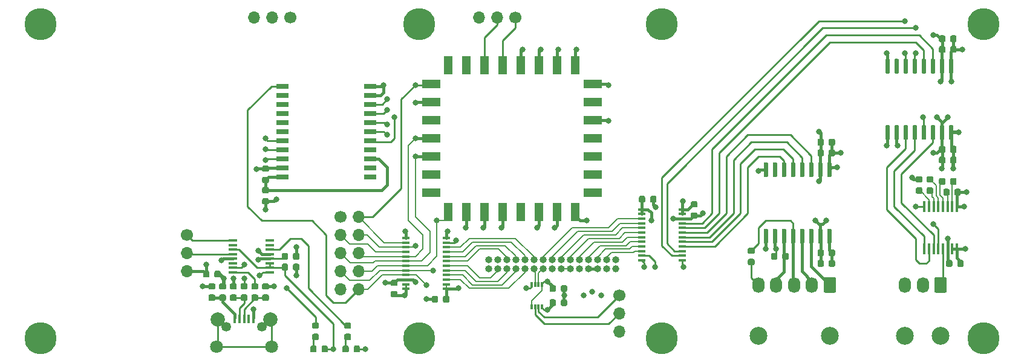
<source format=gbr>
G04 #@! TF.GenerationSoftware,KiCad,Pcbnew,6.0.0-unknown-772dff7~100~ubuntu18.04.1*
G04 #@! TF.CreationDate,2019-07-09T14:46:37+08:00*
G04 #@! TF.ProjectId,backpack,6261636b-7061-4636-9b2e-6b696361645f,rev?*
G04 #@! TF.SameCoordinates,Original*
G04 #@! TF.FileFunction,Copper,L1,Top*
G04 #@! TF.FilePolarity,Positive*
%FSLAX46Y46*%
G04 Gerber Fmt 4.6, Leading zero omitted, Abs format (unit mm)*
G04 Created by KiCad (PCBNEW 6.0.0-unknown-772dff7~100~ubuntu18.04.1) date 2019-07-09 14:46:37*
%MOMM*%
%LPD*%
G04 APERTURE LIST*
%ADD10C,0.100000*%
%ADD11C,0.875000*%
%ADD12O,1.000000X1.000000*%
%ADD13C,1.000000*%
%ADD14O,1.700000X1.700000*%
%ADD15C,1.700000*%
%ADD16R,2.540000X1.143000*%
%ADD17R,1.143000X2.540000*%
%ADD18R,1.800000X0.800000*%
%ADD19C,1.350000*%
%ADD20C,1.800000*%
%ADD21C,2.000000*%
%ADD22R,0.450000X1.300000*%
%ADD23R,1.200000X0.400000*%
%ADD24R,0.300000X0.800000*%
%ADD25R,1.100000X0.400000*%
%ADD26R,0.450000X1.500000*%
%ADD27C,2.500000*%
%ADD28O,1.700000X2.200000*%
%ADD29C,4.500000*%
%ADD30C,0.600000*%
%ADD31C,0.800000*%
%ADD32C,0.250000*%
%ADD33C,0.400000*%
%ADD34C,0.500000*%
%ADD35C,0.200000*%
G04 APERTURE END LIST*
D10*
G36*
X186014962Y-105041651D02*
G01*
X186085930Y-105089070D01*
X186133349Y-105160038D01*
X186150000Y-105243750D01*
X186150000Y-105756250D01*
X186133349Y-105839962D01*
X186085930Y-105910930D01*
X186014962Y-105958349D01*
X185931250Y-105975000D01*
X185493750Y-105975000D01*
X185410038Y-105958349D01*
X185339070Y-105910930D01*
X185291651Y-105839962D01*
X185275000Y-105756250D01*
X185275000Y-105243750D01*
X185291651Y-105160038D01*
X185339070Y-105089070D01*
X185410038Y-105041651D01*
X185493750Y-105025000D01*
X185931250Y-105025000D01*
X186014962Y-105041651D01*
X186014962Y-105041651D01*
G37*
D11*
X185712500Y-105500000D03*
D10*
G36*
X187589962Y-105041651D02*
G01*
X187660930Y-105089070D01*
X187708349Y-105160038D01*
X187725000Y-105243750D01*
X187725000Y-105756250D01*
X187708349Y-105839962D01*
X187660930Y-105910930D01*
X187589962Y-105958349D01*
X187506250Y-105975000D01*
X187068750Y-105975000D01*
X186985038Y-105958349D01*
X186914070Y-105910930D01*
X186866651Y-105839962D01*
X186850000Y-105756250D01*
X186850000Y-105243750D01*
X186866651Y-105160038D01*
X186914070Y-105089070D01*
X186985038Y-105041651D01*
X187068750Y-105025000D01*
X187506250Y-105025000D01*
X187589962Y-105041651D01*
X187589962Y-105041651D01*
G37*
D11*
X187287500Y-105500000D03*
D10*
G36*
X182839962Y-105866651D02*
G01*
X182910930Y-105914070D01*
X182958349Y-105985038D01*
X182975000Y-106068750D01*
X182975000Y-106506250D01*
X182958349Y-106589962D01*
X182910930Y-106660930D01*
X182839962Y-106708349D01*
X182756250Y-106725000D01*
X182243750Y-106725000D01*
X182160038Y-106708349D01*
X182089070Y-106660930D01*
X182041651Y-106589962D01*
X182025000Y-106506250D01*
X182025000Y-106068750D01*
X182041651Y-105985038D01*
X182089070Y-105914070D01*
X182160038Y-105866651D01*
X182243750Y-105850000D01*
X182756250Y-105850000D01*
X182839962Y-105866651D01*
X182839962Y-105866651D01*
G37*
D11*
X182500000Y-106287500D03*
D10*
G36*
X182839962Y-104291651D02*
G01*
X182910930Y-104339070D01*
X182958349Y-104410038D01*
X182975000Y-104493750D01*
X182975000Y-104931250D01*
X182958349Y-105014962D01*
X182910930Y-105085930D01*
X182839962Y-105133349D01*
X182756250Y-105150000D01*
X182243750Y-105150000D01*
X182160038Y-105133349D01*
X182089070Y-105085930D01*
X182041651Y-105014962D01*
X182025000Y-104931250D01*
X182025000Y-104493750D01*
X182041651Y-104410038D01*
X182089070Y-104339070D01*
X182160038Y-104291651D01*
X182243750Y-104275000D01*
X182756250Y-104275000D01*
X182839962Y-104291651D01*
X182839962Y-104291651D01*
G37*
D11*
X182500000Y-104712500D03*
D12*
X145720000Y-106000000D03*
X145720000Y-107270000D03*
X146990000Y-106000000D03*
X146990000Y-107270000D03*
X148260000Y-106000000D03*
X148260000Y-107270000D03*
X149530000Y-106000000D03*
X149530000Y-107270000D03*
X150800000Y-106000000D03*
X150800000Y-107270000D03*
X152070000Y-106000000D03*
X152070000Y-107270000D03*
X153340000Y-106000000D03*
X153340000Y-107270000D03*
X154610000Y-106000000D03*
X154610000Y-107270000D03*
X155880000Y-106000000D03*
X155880000Y-107270000D03*
X157150000Y-106000000D03*
X157150000Y-107270000D03*
X158420000Y-106000000D03*
X158420000Y-107270000D03*
X159690000Y-106000000D03*
X159690000Y-107270000D03*
X160960000Y-106000000D03*
X160960000Y-107270000D03*
X162230000Y-106000000D03*
X162230000Y-107270000D03*
X163500000Y-106000000D03*
D13*
X163500000Y-107270000D03*
D10*
G36*
X121839962Y-114791651D02*
G01*
X121910930Y-114839070D01*
X121958349Y-114910038D01*
X121975000Y-114993750D01*
X121975000Y-115431250D01*
X121958349Y-115514962D01*
X121910930Y-115585930D01*
X121839962Y-115633349D01*
X121756250Y-115650000D01*
X121243750Y-115650000D01*
X121160038Y-115633349D01*
X121089070Y-115585930D01*
X121041651Y-115514962D01*
X121025000Y-115431250D01*
X121025000Y-114993750D01*
X121041651Y-114910038D01*
X121089070Y-114839070D01*
X121160038Y-114791651D01*
X121243750Y-114775000D01*
X121756250Y-114775000D01*
X121839962Y-114791651D01*
X121839962Y-114791651D01*
G37*
D11*
X121500000Y-115212500D03*
D10*
G36*
X121839962Y-116366651D02*
G01*
X121910930Y-116414070D01*
X121958349Y-116485038D01*
X121975000Y-116568750D01*
X121975000Y-117006250D01*
X121958349Y-117089962D01*
X121910930Y-117160930D01*
X121839962Y-117208349D01*
X121756250Y-117225000D01*
X121243750Y-117225000D01*
X121160038Y-117208349D01*
X121089070Y-117160930D01*
X121041651Y-117089962D01*
X121025000Y-117006250D01*
X121025000Y-116568750D01*
X121041651Y-116485038D01*
X121089070Y-116414070D01*
X121160038Y-116366651D01*
X121243750Y-116350000D01*
X121756250Y-116350000D01*
X121839962Y-116366651D01*
X121839962Y-116366651D01*
G37*
D11*
X121500000Y-116787500D03*
D10*
G36*
X126339962Y-114791651D02*
G01*
X126410930Y-114839070D01*
X126458349Y-114910038D01*
X126475000Y-114993750D01*
X126475000Y-115431250D01*
X126458349Y-115514962D01*
X126410930Y-115585930D01*
X126339962Y-115633349D01*
X126256250Y-115650000D01*
X125743750Y-115650000D01*
X125660038Y-115633349D01*
X125589070Y-115585930D01*
X125541651Y-115514962D01*
X125525000Y-115431250D01*
X125525000Y-114993750D01*
X125541651Y-114910038D01*
X125589070Y-114839070D01*
X125660038Y-114791651D01*
X125743750Y-114775000D01*
X126256250Y-114775000D01*
X126339962Y-114791651D01*
X126339962Y-114791651D01*
G37*
D11*
X126000000Y-115212500D03*
D10*
G36*
X126339962Y-116366651D02*
G01*
X126410930Y-116414070D01*
X126458349Y-116485038D01*
X126475000Y-116568750D01*
X126475000Y-117006250D01*
X126458349Y-117089962D01*
X126410930Y-117160930D01*
X126339962Y-117208349D01*
X126256250Y-117225000D01*
X125743750Y-117225000D01*
X125660038Y-117208349D01*
X125589070Y-117160930D01*
X125541651Y-117089962D01*
X125525000Y-117006250D01*
X125525000Y-116568750D01*
X125541651Y-116485038D01*
X125589070Y-116414070D01*
X125660038Y-116366651D01*
X125743750Y-116350000D01*
X126256250Y-116350000D01*
X126339962Y-116366651D01*
X126339962Y-116366651D01*
G37*
D11*
X126000000Y-116787500D03*
D10*
G36*
X123089962Y-118041651D02*
G01*
X123160930Y-118089070D01*
X123208349Y-118160038D01*
X123225000Y-118243750D01*
X123225000Y-118756250D01*
X123208349Y-118839962D01*
X123160930Y-118910930D01*
X123089962Y-118958349D01*
X123006250Y-118975000D01*
X122568750Y-118975000D01*
X122485038Y-118958349D01*
X122414070Y-118910930D01*
X122366651Y-118839962D01*
X122350000Y-118756250D01*
X122350000Y-118243750D01*
X122366651Y-118160038D01*
X122414070Y-118089070D01*
X122485038Y-118041651D01*
X122568750Y-118025000D01*
X123006250Y-118025000D01*
X123089962Y-118041651D01*
X123089962Y-118041651D01*
G37*
D11*
X122787500Y-118500000D03*
D10*
G36*
X121514962Y-118041651D02*
G01*
X121585930Y-118089070D01*
X121633349Y-118160038D01*
X121650000Y-118243750D01*
X121650000Y-118756250D01*
X121633349Y-118839962D01*
X121585930Y-118910930D01*
X121514962Y-118958349D01*
X121431250Y-118975000D01*
X120993750Y-118975000D01*
X120910038Y-118958349D01*
X120839070Y-118910930D01*
X120791651Y-118839962D01*
X120775000Y-118756250D01*
X120775000Y-118243750D01*
X120791651Y-118160038D01*
X120839070Y-118089070D01*
X120910038Y-118041651D01*
X120993750Y-118025000D01*
X121431250Y-118025000D01*
X121514962Y-118041651D01*
X121514962Y-118041651D01*
G37*
D11*
X121212500Y-118500000D03*
D10*
G36*
X127589962Y-118041651D02*
G01*
X127660930Y-118089070D01*
X127708349Y-118160038D01*
X127725000Y-118243750D01*
X127725000Y-118756250D01*
X127708349Y-118839962D01*
X127660930Y-118910930D01*
X127589962Y-118958349D01*
X127506250Y-118975000D01*
X127068750Y-118975000D01*
X126985038Y-118958349D01*
X126914070Y-118910930D01*
X126866651Y-118839962D01*
X126850000Y-118756250D01*
X126850000Y-118243750D01*
X126866651Y-118160038D01*
X126914070Y-118089070D01*
X126985038Y-118041651D01*
X127068750Y-118025000D01*
X127506250Y-118025000D01*
X127589962Y-118041651D01*
X127589962Y-118041651D01*
G37*
D11*
X127287500Y-118500000D03*
D10*
G36*
X126014962Y-118041651D02*
G01*
X126085930Y-118089070D01*
X126133349Y-118160038D01*
X126150000Y-118243750D01*
X126150000Y-118756250D01*
X126133349Y-118839962D01*
X126085930Y-118910930D01*
X126014962Y-118958349D01*
X125931250Y-118975000D01*
X125493750Y-118975000D01*
X125410038Y-118958349D01*
X125339070Y-118910930D01*
X125291651Y-118839962D01*
X125275000Y-118756250D01*
X125275000Y-118243750D01*
X125291651Y-118160038D01*
X125339070Y-118089070D01*
X125410038Y-118041651D01*
X125493750Y-118025000D01*
X125931250Y-118025000D01*
X126014962Y-118041651D01*
X126014962Y-118041651D01*
G37*
D11*
X125712500Y-118500000D03*
D14*
X164000000Y-116080000D03*
X164000000Y-113540000D03*
D15*
X164000000Y-111000000D03*
D14*
X127540000Y-110160000D03*
X125000000Y-110160000D03*
X127540000Y-107620000D03*
X125000000Y-107620000D03*
X127540000Y-105080000D03*
X125000000Y-105080000D03*
X127540000Y-102540000D03*
X125000000Y-102540000D03*
X127540000Y-100000000D03*
D15*
X125000000Y-100000000D03*
D16*
X160303000Y-81380000D03*
X160303000Y-83920000D03*
X160303000Y-86460000D03*
X160303000Y-89000000D03*
X160303000Y-91540000D03*
X160303000Y-94080000D03*
X160303000Y-96620000D03*
D17*
X157890000Y-99287000D03*
X155350000Y-99287000D03*
X152810000Y-99287000D03*
X150270000Y-99287000D03*
X147730000Y-99287000D03*
X145190000Y-99287000D03*
X142650000Y-99287000D03*
X140110000Y-99287000D03*
D16*
X137697000Y-96620000D03*
X137697000Y-94080000D03*
X137697000Y-91540000D03*
X137697000Y-89000000D03*
X137697000Y-86460000D03*
X137697000Y-83920000D03*
X137697000Y-81380000D03*
D17*
X140110000Y-78713000D03*
X142650000Y-78713000D03*
X145190000Y-78713000D03*
X147730000Y-78713000D03*
X150270000Y-78713000D03*
X152810000Y-78713000D03*
X155350000Y-78713000D03*
X157890000Y-78713000D03*
D18*
X116850000Y-94350000D03*
X116850000Y-93080000D03*
X116850000Y-91810000D03*
X116850000Y-90540000D03*
X116850000Y-89270000D03*
X116850000Y-88000000D03*
X116850000Y-86730000D03*
X116850000Y-85460000D03*
X116850000Y-84190000D03*
X116850000Y-82920000D03*
X116850000Y-81650000D03*
X129150000Y-81650000D03*
X129150000Y-82920000D03*
X129150000Y-84190000D03*
X129150000Y-85460000D03*
X129150000Y-86730000D03*
X129150000Y-88000000D03*
X129150000Y-89270000D03*
X129150000Y-90540000D03*
X129150000Y-91810000D03*
X129150000Y-93080000D03*
X129150000Y-94350000D03*
D14*
X112920000Y-72000000D03*
X115460000Y-72000000D03*
D15*
X118000000Y-72000000D03*
D10*
G36*
X114839962Y-95791651D02*
G01*
X114910930Y-95839070D01*
X114958349Y-95910038D01*
X114975000Y-95993750D01*
X114975000Y-96431250D01*
X114958349Y-96514962D01*
X114910930Y-96585930D01*
X114839962Y-96633349D01*
X114756250Y-96650000D01*
X114243750Y-96650000D01*
X114160038Y-96633349D01*
X114089070Y-96585930D01*
X114041651Y-96514962D01*
X114025000Y-96431250D01*
X114025000Y-95993750D01*
X114041651Y-95910038D01*
X114089070Y-95839070D01*
X114160038Y-95791651D01*
X114243750Y-95775000D01*
X114756250Y-95775000D01*
X114839962Y-95791651D01*
X114839962Y-95791651D01*
G37*
D11*
X114500000Y-96212500D03*
D10*
G36*
X114839962Y-97366651D02*
G01*
X114910930Y-97414070D01*
X114958349Y-97485038D01*
X114975000Y-97568750D01*
X114975000Y-98006250D01*
X114958349Y-98089962D01*
X114910930Y-98160930D01*
X114839962Y-98208349D01*
X114756250Y-98225000D01*
X114243750Y-98225000D01*
X114160038Y-98208349D01*
X114089070Y-98160930D01*
X114041651Y-98089962D01*
X114025000Y-98006250D01*
X114025000Y-97568750D01*
X114041651Y-97485038D01*
X114089070Y-97414070D01*
X114160038Y-97366651D01*
X114243750Y-97350000D01*
X114756250Y-97350000D01*
X114839962Y-97366651D01*
X114839962Y-97366651D01*
G37*
D11*
X114500000Y-97787500D03*
D10*
G36*
X114839962Y-92791651D02*
G01*
X114910930Y-92839070D01*
X114958349Y-92910038D01*
X114975000Y-92993750D01*
X114975000Y-93431250D01*
X114958349Y-93514962D01*
X114910930Y-93585930D01*
X114839962Y-93633349D01*
X114756250Y-93650000D01*
X114243750Y-93650000D01*
X114160038Y-93633349D01*
X114089070Y-93585930D01*
X114041651Y-93514962D01*
X114025000Y-93431250D01*
X114025000Y-92993750D01*
X114041651Y-92910038D01*
X114089070Y-92839070D01*
X114160038Y-92791651D01*
X114243750Y-92775000D01*
X114756250Y-92775000D01*
X114839962Y-92791651D01*
X114839962Y-92791651D01*
G37*
D11*
X114500000Y-93212500D03*
D10*
G36*
X114839962Y-94366651D02*
G01*
X114910930Y-94414070D01*
X114958349Y-94485038D01*
X114975000Y-94568750D01*
X114975000Y-95006250D01*
X114958349Y-95089962D01*
X114910930Y-95160930D01*
X114839962Y-95208349D01*
X114756250Y-95225000D01*
X114243750Y-95225000D01*
X114160038Y-95208349D01*
X114089070Y-95160930D01*
X114041651Y-95089962D01*
X114025000Y-95006250D01*
X114025000Y-94568750D01*
X114041651Y-94485038D01*
X114089070Y-94414070D01*
X114160038Y-94366651D01*
X114243750Y-94350000D01*
X114756250Y-94350000D01*
X114839962Y-94366651D01*
X114839962Y-94366651D01*
G37*
D11*
X114500000Y-94787500D03*
D14*
X144420000Y-72000000D03*
X146960000Y-72000000D03*
D15*
X149500000Y-72000000D03*
D19*
X114000000Y-115400000D03*
X109000000Y-115400000D03*
D20*
X115375000Y-118150000D03*
X107625000Y-118150000D03*
D21*
X115225000Y-114350000D03*
X107775000Y-114350000D03*
D22*
X112800000Y-114300000D03*
X112150000Y-114300000D03*
X111500000Y-114300000D03*
X110850000Y-114300000D03*
X110200000Y-114300000D03*
D10*
G36*
X111839962Y-110866651D02*
G01*
X111910930Y-110914070D01*
X111958349Y-110985038D01*
X111975000Y-111068750D01*
X111975000Y-111506250D01*
X111958349Y-111589962D01*
X111910930Y-111660930D01*
X111839962Y-111708349D01*
X111756250Y-111725000D01*
X111243750Y-111725000D01*
X111160038Y-111708349D01*
X111089070Y-111660930D01*
X111041651Y-111589962D01*
X111025000Y-111506250D01*
X111025000Y-111068750D01*
X111041651Y-110985038D01*
X111089070Y-110914070D01*
X111160038Y-110866651D01*
X111243750Y-110850000D01*
X111756250Y-110850000D01*
X111839962Y-110866651D01*
X111839962Y-110866651D01*
G37*
D11*
X111500000Y-111287500D03*
D10*
G36*
X111839962Y-109291651D02*
G01*
X111910930Y-109339070D01*
X111958349Y-109410038D01*
X111975000Y-109493750D01*
X111975000Y-109931250D01*
X111958349Y-110014962D01*
X111910930Y-110085930D01*
X111839962Y-110133349D01*
X111756250Y-110150000D01*
X111243750Y-110150000D01*
X111160038Y-110133349D01*
X111089070Y-110085930D01*
X111041651Y-110014962D01*
X111025000Y-109931250D01*
X111025000Y-109493750D01*
X111041651Y-109410038D01*
X111089070Y-109339070D01*
X111160038Y-109291651D01*
X111243750Y-109275000D01*
X111756250Y-109275000D01*
X111839962Y-109291651D01*
X111839962Y-109291651D01*
G37*
D11*
X111500000Y-109712500D03*
D10*
G36*
X113339962Y-110866651D02*
G01*
X113410930Y-110914070D01*
X113458349Y-110985038D01*
X113475000Y-111068750D01*
X113475000Y-111506250D01*
X113458349Y-111589962D01*
X113410930Y-111660930D01*
X113339962Y-111708349D01*
X113256250Y-111725000D01*
X112743750Y-111725000D01*
X112660038Y-111708349D01*
X112589070Y-111660930D01*
X112541651Y-111589962D01*
X112525000Y-111506250D01*
X112525000Y-111068750D01*
X112541651Y-110985038D01*
X112589070Y-110914070D01*
X112660038Y-110866651D01*
X112743750Y-110850000D01*
X113256250Y-110850000D01*
X113339962Y-110866651D01*
X113339962Y-110866651D01*
G37*
D11*
X113000000Y-111287500D03*
D10*
G36*
X113339962Y-109291651D02*
G01*
X113410930Y-109339070D01*
X113458349Y-109410038D01*
X113475000Y-109493750D01*
X113475000Y-109931250D01*
X113458349Y-110014962D01*
X113410930Y-110085930D01*
X113339962Y-110133349D01*
X113256250Y-110150000D01*
X112743750Y-110150000D01*
X112660038Y-110133349D01*
X112589070Y-110085930D01*
X112541651Y-110014962D01*
X112525000Y-109931250D01*
X112525000Y-109493750D01*
X112541651Y-109410038D01*
X112589070Y-109339070D01*
X112660038Y-109291651D01*
X112743750Y-109275000D01*
X113256250Y-109275000D01*
X113339962Y-109291651D01*
X113339962Y-109291651D01*
G37*
D11*
X113000000Y-109712500D03*
D23*
X115100000Y-103277500D03*
X115100000Y-103912500D03*
X115100000Y-104547500D03*
X115100000Y-105182500D03*
X115100000Y-105817500D03*
X115100000Y-106452500D03*
X115100000Y-107087500D03*
X115100000Y-107722500D03*
X109900000Y-107722500D03*
X109900000Y-107087500D03*
X109900000Y-106452500D03*
X109900000Y-105817500D03*
X109900000Y-105182500D03*
X109900000Y-104547500D03*
X109900000Y-103912500D03*
X109900000Y-103277500D03*
D14*
X103500000Y-107580000D03*
X103500000Y-105040000D03*
D15*
X103500000Y-102500000D03*
D10*
G36*
X108839962Y-110866651D02*
G01*
X108910930Y-110914070D01*
X108958349Y-110985038D01*
X108975000Y-111068750D01*
X108975000Y-111506250D01*
X108958349Y-111589962D01*
X108910930Y-111660930D01*
X108839962Y-111708349D01*
X108756250Y-111725000D01*
X108243750Y-111725000D01*
X108160038Y-111708349D01*
X108089070Y-111660930D01*
X108041651Y-111589962D01*
X108025000Y-111506250D01*
X108025000Y-111068750D01*
X108041651Y-110985038D01*
X108089070Y-110914070D01*
X108160038Y-110866651D01*
X108243750Y-110850000D01*
X108756250Y-110850000D01*
X108839962Y-110866651D01*
X108839962Y-110866651D01*
G37*
D11*
X108500000Y-111287500D03*
D10*
G36*
X108839962Y-109291651D02*
G01*
X108910930Y-109339070D01*
X108958349Y-109410038D01*
X108975000Y-109493750D01*
X108975000Y-109931250D01*
X108958349Y-110014962D01*
X108910930Y-110085930D01*
X108839962Y-110133349D01*
X108756250Y-110150000D01*
X108243750Y-110150000D01*
X108160038Y-110133349D01*
X108089070Y-110085930D01*
X108041651Y-110014962D01*
X108025000Y-109931250D01*
X108025000Y-109493750D01*
X108041651Y-109410038D01*
X108089070Y-109339070D01*
X108160038Y-109291651D01*
X108243750Y-109275000D01*
X108756250Y-109275000D01*
X108839962Y-109291651D01*
X108839962Y-109291651D01*
G37*
D11*
X108500000Y-109712500D03*
D10*
G36*
X119089962Y-106541651D02*
G01*
X119160930Y-106589070D01*
X119208349Y-106660038D01*
X119225000Y-106743750D01*
X119225000Y-107256250D01*
X119208349Y-107339962D01*
X119160930Y-107410930D01*
X119089962Y-107458349D01*
X119006250Y-107475000D01*
X118568750Y-107475000D01*
X118485038Y-107458349D01*
X118414070Y-107410930D01*
X118366651Y-107339962D01*
X118350000Y-107256250D01*
X118350000Y-106743750D01*
X118366651Y-106660038D01*
X118414070Y-106589070D01*
X118485038Y-106541651D01*
X118568750Y-106525000D01*
X119006250Y-106525000D01*
X119089962Y-106541651D01*
X119089962Y-106541651D01*
G37*
D11*
X118787500Y-107000000D03*
D10*
G36*
X117514962Y-106541651D02*
G01*
X117585930Y-106589070D01*
X117633349Y-106660038D01*
X117650000Y-106743750D01*
X117650000Y-107256250D01*
X117633349Y-107339962D01*
X117585930Y-107410930D01*
X117514962Y-107458349D01*
X117431250Y-107475000D01*
X116993750Y-107475000D01*
X116910038Y-107458349D01*
X116839070Y-107410930D01*
X116791651Y-107339962D01*
X116775000Y-107256250D01*
X116775000Y-106743750D01*
X116791651Y-106660038D01*
X116839070Y-106589070D01*
X116910038Y-106541651D01*
X116993750Y-106525000D01*
X117431250Y-106525000D01*
X117514962Y-106541651D01*
X117514962Y-106541651D01*
G37*
D11*
X117212500Y-107000000D03*
D10*
G36*
X119089962Y-105041651D02*
G01*
X119160930Y-105089070D01*
X119208349Y-105160038D01*
X119225000Y-105243750D01*
X119225000Y-105756250D01*
X119208349Y-105839962D01*
X119160930Y-105910930D01*
X119089962Y-105958349D01*
X119006250Y-105975000D01*
X118568750Y-105975000D01*
X118485038Y-105958349D01*
X118414070Y-105910930D01*
X118366651Y-105839962D01*
X118350000Y-105756250D01*
X118350000Y-105243750D01*
X118366651Y-105160038D01*
X118414070Y-105089070D01*
X118485038Y-105041651D01*
X118568750Y-105025000D01*
X119006250Y-105025000D01*
X119089962Y-105041651D01*
X119089962Y-105041651D01*
G37*
D11*
X118787500Y-105500000D03*
D10*
G36*
X117514962Y-105041651D02*
G01*
X117585930Y-105089070D01*
X117633349Y-105160038D01*
X117650000Y-105243750D01*
X117650000Y-105756250D01*
X117633349Y-105839962D01*
X117585930Y-105910930D01*
X117514962Y-105958349D01*
X117431250Y-105975000D01*
X116993750Y-105975000D01*
X116910038Y-105958349D01*
X116839070Y-105910930D01*
X116791651Y-105839962D01*
X116775000Y-105756250D01*
X116775000Y-105243750D01*
X116791651Y-105160038D01*
X116839070Y-105089070D01*
X116910038Y-105041651D01*
X116993750Y-105025000D01*
X117431250Y-105025000D01*
X117514962Y-105041651D01*
X117514962Y-105041651D01*
G37*
D11*
X117212500Y-105500000D03*
D10*
G36*
X106514962Y-107541651D02*
G01*
X106585930Y-107589070D01*
X106633349Y-107660038D01*
X106650000Y-107743750D01*
X106650000Y-108256250D01*
X106633349Y-108339962D01*
X106585930Y-108410930D01*
X106514962Y-108458349D01*
X106431250Y-108475000D01*
X105993750Y-108475000D01*
X105910038Y-108458349D01*
X105839070Y-108410930D01*
X105791651Y-108339962D01*
X105775000Y-108256250D01*
X105775000Y-107743750D01*
X105791651Y-107660038D01*
X105839070Y-107589070D01*
X105910038Y-107541651D01*
X105993750Y-107525000D01*
X106431250Y-107525000D01*
X106514962Y-107541651D01*
X106514962Y-107541651D01*
G37*
D11*
X106212500Y-108000000D03*
D10*
G36*
X108089962Y-107541651D02*
G01*
X108160930Y-107589070D01*
X108208349Y-107660038D01*
X108225000Y-107743750D01*
X108225000Y-108256250D01*
X108208349Y-108339962D01*
X108160930Y-108410930D01*
X108089962Y-108458349D01*
X108006250Y-108475000D01*
X107568750Y-108475000D01*
X107485038Y-108458349D01*
X107414070Y-108410930D01*
X107366651Y-108339962D01*
X107350000Y-108256250D01*
X107350000Y-107743750D01*
X107366651Y-107660038D01*
X107414070Y-107589070D01*
X107485038Y-107541651D01*
X107568750Y-107525000D01*
X108006250Y-107525000D01*
X108089962Y-107541651D01*
X108089962Y-107541651D01*
G37*
D11*
X107787500Y-108000000D03*
D10*
G36*
X110339962Y-109291651D02*
G01*
X110410930Y-109339070D01*
X110458349Y-109410038D01*
X110475000Y-109493750D01*
X110475000Y-109931250D01*
X110458349Y-110014962D01*
X110410930Y-110085930D01*
X110339962Y-110133349D01*
X110256250Y-110150000D01*
X109743750Y-110150000D01*
X109660038Y-110133349D01*
X109589070Y-110085930D01*
X109541651Y-110014962D01*
X109525000Y-109931250D01*
X109525000Y-109493750D01*
X109541651Y-109410038D01*
X109589070Y-109339070D01*
X109660038Y-109291651D01*
X109743750Y-109275000D01*
X110256250Y-109275000D01*
X110339962Y-109291651D01*
X110339962Y-109291651D01*
G37*
D11*
X110000000Y-109712500D03*
D10*
G36*
X110339962Y-110866651D02*
G01*
X110410930Y-110914070D01*
X110458349Y-110985038D01*
X110475000Y-111068750D01*
X110475000Y-111506250D01*
X110458349Y-111589962D01*
X110410930Y-111660930D01*
X110339962Y-111708349D01*
X110256250Y-111725000D01*
X109743750Y-111725000D01*
X109660038Y-111708349D01*
X109589070Y-111660930D01*
X109541651Y-111589962D01*
X109525000Y-111506250D01*
X109525000Y-111068750D01*
X109541651Y-110985038D01*
X109589070Y-110914070D01*
X109660038Y-110866651D01*
X109743750Y-110850000D01*
X110256250Y-110850000D01*
X110339962Y-110866651D01*
X110339962Y-110866651D01*
G37*
D11*
X110000000Y-111287500D03*
D10*
G36*
X107339962Y-109291651D02*
G01*
X107410930Y-109339070D01*
X107458349Y-109410038D01*
X107475000Y-109493750D01*
X107475000Y-109931250D01*
X107458349Y-110014962D01*
X107410930Y-110085930D01*
X107339962Y-110133349D01*
X107256250Y-110150000D01*
X106743750Y-110150000D01*
X106660038Y-110133349D01*
X106589070Y-110085930D01*
X106541651Y-110014962D01*
X106525000Y-109931250D01*
X106525000Y-109493750D01*
X106541651Y-109410038D01*
X106589070Y-109339070D01*
X106660038Y-109291651D01*
X106743750Y-109275000D01*
X107256250Y-109275000D01*
X107339962Y-109291651D01*
X107339962Y-109291651D01*
G37*
D11*
X107000000Y-109712500D03*
D10*
G36*
X107339962Y-110866651D02*
G01*
X107410930Y-110914070D01*
X107458349Y-110985038D01*
X107475000Y-111068750D01*
X107475000Y-111506250D01*
X107458349Y-111589962D01*
X107410930Y-111660930D01*
X107339962Y-111708349D01*
X107256250Y-111725000D01*
X106743750Y-111725000D01*
X106660038Y-111708349D01*
X106589070Y-111660930D01*
X106541651Y-111589962D01*
X106525000Y-111506250D01*
X106525000Y-111068750D01*
X106541651Y-110985038D01*
X106589070Y-110914070D01*
X106660038Y-110866651D01*
X106743750Y-110850000D01*
X107256250Y-110850000D01*
X107339962Y-110866651D01*
X107339962Y-110866651D01*
G37*
D11*
X107000000Y-111287500D03*
D10*
G36*
X114839962Y-109291651D02*
G01*
X114910930Y-109339070D01*
X114958349Y-109410038D01*
X114975000Y-109493750D01*
X114975000Y-109931250D01*
X114958349Y-110014962D01*
X114910930Y-110085930D01*
X114839962Y-110133349D01*
X114756250Y-110150000D01*
X114243750Y-110150000D01*
X114160038Y-110133349D01*
X114089070Y-110085930D01*
X114041651Y-110014962D01*
X114025000Y-109931250D01*
X114025000Y-109493750D01*
X114041651Y-109410038D01*
X114089070Y-109339070D01*
X114160038Y-109291651D01*
X114243750Y-109275000D01*
X114756250Y-109275000D01*
X114839962Y-109291651D01*
X114839962Y-109291651D01*
G37*
D11*
X114500000Y-109712500D03*
D10*
G36*
X114839962Y-110866651D02*
G01*
X114910930Y-110914070D01*
X114958349Y-110985038D01*
X114975000Y-111068750D01*
X114975000Y-111506250D01*
X114958349Y-111589962D01*
X114910930Y-111660930D01*
X114839962Y-111708349D01*
X114756250Y-111725000D01*
X114243750Y-111725000D01*
X114160038Y-111708349D01*
X114089070Y-111660930D01*
X114041651Y-111589962D01*
X114025000Y-111506250D01*
X114025000Y-111068750D01*
X114041651Y-110985038D01*
X114089070Y-110914070D01*
X114160038Y-110866651D01*
X114243750Y-110850000D01*
X114756250Y-110850000D01*
X114839962Y-110866651D01*
X114839962Y-110866651D01*
G37*
D11*
X114500000Y-111287500D03*
D24*
X153230000Y-112550000D03*
X152730000Y-112550000D03*
X152230000Y-112550000D03*
X151730000Y-112550000D03*
X151730000Y-109450000D03*
X152230000Y-109450000D03*
X152730000Y-109450000D03*
X153230000Y-109450000D03*
D10*
G36*
X156589962Y-111541651D02*
G01*
X156660930Y-111589070D01*
X156708349Y-111660038D01*
X156725000Y-111743750D01*
X156725000Y-112256250D01*
X156708349Y-112339962D01*
X156660930Y-112410930D01*
X156589962Y-112458349D01*
X156506250Y-112475000D01*
X156068750Y-112475000D01*
X155985038Y-112458349D01*
X155914070Y-112410930D01*
X155866651Y-112339962D01*
X155850000Y-112256250D01*
X155850000Y-111743750D01*
X155866651Y-111660038D01*
X155914070Y-111589070D01*
X155985038Y-111541651D01*
X156068750Y-111525000D01*
X156506250Y-111525000D01*
X156589962Y-111541651D01*
X156589962Y-111541651D01*
G37*
D11*
X156287500Y-112000000D03*
D10*
G36*
X155014962Y-111541651D02*
G01*
X155085930Y-111589070D01*
X155133349Y-111660038D01*
X155150000Y-111743750D01*
X155150000Y-112256250D01*
X155133349Y-112339962D01*
X155085930Y-112410930D01*
X155014962Y-112458349D01*
X154931250Y-112475000D01*
X154493750Y-112475000D01*
X154410038Y-112458349D01*
X154339070Y-112410930D01*
X154291651Y-112339962D01*
X154275000Y-112256250D01*
X154275000Y-111743750D01*
X154291651Y-111660038D01*
X154339070Y-111589070D01*
X154410038Y-111541651D01*
X154493750Y-111525000D01*
X154931250Y-111525000D01*
X155014962Y-111541651D01*
X155014962Y-111541651D01*
G37*
D11*
X154712500Y-112000000D03*
D10*
G36*
X156589962Y-109541651D02*
G01*
X156660930Y-109589070D01*
X156708349Y-109660038D01*
X156725000Y-109743750D01*
X156725000Y-110256250D01*
X156708349Y-110339962D01*
X156660930Y-110410930D01*
X156589962Y-110458349D01*
X156506250Y-110475000D01*
X156068750Y-110475000D01*
X155985038Y-110458349D01*
X155914070Y-110410930D01*
X155866651Y-110339962D01*
X155850000Y-110256250D01*
X155850000Y-109743750D01*
X155866651Y-109660038D01*
X155914070Y-109589070D01*
X155985038Y-109541651D01*
X156068750Y-109525000D01*
X156506250Y-109525000D01*
X156589962Y-109541651D01*
X156589962Y-109541651D01*
G37*
D11*
X156287500Y-110000000D03*
D10*
G36*
X155014962Y-109541651D02*
G01*
X155085930Y-109589070D01*
X155133349Y-109660038D01*
X155150000Y-109743750D01*
X155150000Y-110256250D01*
X155133349Y-110339962D01*
X155085930Y-110410930D01*
X155014962Y-110458349D01*
X154931250Y-110475000D01*
X154493750Y-110475000D01*
X154410038Y-110458349D01*
X154339070Y-110410930D01*
X154291651Y-110339962D01*
X154275000Y-110256250D01*
X154275000Y-109743750D01*
X154291651Y-109660038D01*
X154339070Y-109589070D01*
X154410038Y-109541651D01*
X154493750Y-109525000D01*
X154931250Y-109525000D01*
X155014962Y-109541651D01*
X155014962Y-109541651D01*
G37*
D11*
X154712500Y-110000000D03*
D25*
X134150000Y-110075000D03*
X134150000Y-109425000D03*
X134150000Y-108775000D03*
X134150000Y-108125000D03*
X134150000Y-107475000D03*
X134150000Y-106825000D03*
X134150000Y-106175000D03*
X134150000Y-105525000D03*
X134150000Y-104875000D03*
X134150000Y-104225000D03*
X134150000Y-103575000D03*
X134150000Y-102925000D03*
X139850000Y-102925000D03*
X139850000Y-103575000D03*
X139850000Y-104225000D03*
X139850000Y-104875000D03*
X139850000Y-105525000D03*
X139850000Y-106175000D03*
X139850000Y-106825000D03*
X139850000Y-107475000D03*
X139850000Y-108125000D03*
X139850000Y-108775000D03*
X139850000Y-109425000D03*
X139850000Y-110075000D03*
X172850000Y-98925000D03*
X172850000Y-99575000D03*
X172850000Y-100225000D03*
X172850000Y-100875000D03*
X172850000Y-101525000D03*
X172850000Y-102175000D03*
X172850000Y-102825000D03*
X172850000Y-103475000D03*
X172850000Y-104125000D03*
X172850000Y-104775000D03*
X172850000Y-105425000D03*
X172850000Y-106075000D03*
X167150000Y-106075000D03*
X167150000Y-105425000D03*
X167150000Y-104775000D03*
X167150000Y-104125000D03*
X167150000Y-103475000D03*
X167150000Y-102825000D03*
X167150000Y-102175000D03*
X167150000Y-101525000D03*
X167150000Y-100875000D03*
X167150000Y-100225000D03*
X167150000Y-99575000D03*
X167150000Y-98925000D03*
D10*
G36*
X132839962Y-108791651D02*
G01*
X132910930Y-108839070D01*
X132958349Y-108910038D01*
X132975000Y-108993750D01*
X132975000Y-109431250D01*
X132958349Y-109514962D01*
X132910930Y-109585930D01*
X132839962Y-109633349D01*
X132756250Y-109650000D01*
X132243750Y-109650000D01*
X132160038Y-109633349D01*
X132089070Y-109585930D01*
X132041651Y-109514962D01*
X132025000Y-109431250D01*
X132025000Y-108993750D01*
X132041651Y-108910038D01*
X132089070Y-108839070D01*
X132160038Y-108791651D01*
X132243750Y-108775000D01*
X132756250Y-108775000D01*
X132839962Y-108791651D01*
X132839962Y-108791651D01*
G37*
D11*
X132500000Y-109212500D03*
D10*
G36*
X132839962Y-110366651D02*
G01*
X132910930Y-110414070D01*
X132958349Y-110485038D01*
X132975000Y-110568750D01*
X132975000Y-111006250D01*
X132958349Y-111089962D01*
X132910930Y-111160930D01*
X132839962Y-111208349D01*
X132756250Y-111225000D01*
X132243750Y-111225000D01*
X132160038Y-111208349D01*
X132089070Y-111160930D01*
X132041651Y-111089962D01*
X132025000Y-111006250D01*
X132025000Y-110568750D01*
X132041651Y-110485038D01*
X132089070Y-110414070D01*
X132160038Y-110366651D01*
X132243750Y-110350000D01*
X132756250Y-110350000D01*
X132839962Y-110366651D01*
X132839962Y-110366651D01*
G37*
D11*
X132500000Y-110787500D03*
D10*
G36*
X174839962Y-99366651D02*
G01*
X174910930Y-99414070D01*
X174958349Y-99485038D01*
X174975000Y-99568750D01*
X174975000Y-100006250D01*
X174958349Y-100089962D01*
X174910930Y-100160930D01*
X174839962Y-100208349D01*
X174756250Y-100225000D01*
X174243750Y-100225000D01*
X174160038Y-100208349D01*
X174089070Y-100160930D01*
X174041651Y-100089962D01*
X174025000Y-100006250D01*
X174025000Y-99568750D01*
X174041651Y-99485038D01*
X174089070Y-99414070D01*
X174160038Y-99366651D01*
X174243750Y-99350000D01*
X174756250Y-99350000D01*
X174839962Y-99366651D01*
X174839962Y-99366651D01*
G37*
D11*
X174500000Y-99787500D03*
D10*
G36*
X174839962Y-97791651D02*
G01*
X174910930Y-97839070D01*
X174958349Y-97910038D01*
X174975000Y-97993750D01*
X174975000Y-98431250D01*
X174958349Y-98514962D01*
X174910930Y-98585930D01*
X174839962Y-98633349D01*
X174756250Y-98650000D01*
X174243750Y-98650000D01*
X174160038Y-98633349D01*
X174089070Y-98585930D01*
X174041651Y-98514962D01*
X174025000Y-98431250D01*
X174025000Y-97993750D01*
X174041651Y-97910038D01*
X174089070Y-97839070D01*
X174160038Y-97791651D01*
X174243750Y-97775000D01*
X174756250Y-97775000D01*
X174839962Y-97791651D01*
X174839962Y-97791651D01*
G37*
D11*
X174500000Y-98212500D03*
D10*
G36*
X138514962Y-111041651D02*
G01*
X138585930Y-111089070D01*
X138633349Y-111160038D01*
X138650000Y-111243750D01*
X138650000Y-111756250D01*
X138633349Y-111839962D01*
X138585930Y-111910930D01*
X138514962Y-111958349D01*
X138431250Y-111975000D01*
X137993750Y-111975000D01*
X137910038Y-111958349D01*
X137839070Y-111910930D01*
X137791651Y-111839962D01*
X137775000Y-111756250D01*
X137775000Y-111243750D01*
X137791651Y-111160038D01*
X137839070Y-111089070D01*
X137910038Y-111041651D01*
X137993750Y-111025000D01*
X138431250Y-111025000D01*
X138514962Y-111041651D01*
X138514962Y-111041651D01*
G37*
D11*
X138212500Y-111500000D03*
D10*
G36*
X140089962Y-111041651D02*
G01*
X140160930Y-111089070D01*
X140208349Y-111160038D01*
X140225000Y-111243750D01*
X140225000Y-111756250D01*
X140208349Y-111839962D01*
X140160930Y-111910930D01*
X140089962Y-111958349D01*
X140006250Y-111975000D01*
X139568750Y-111975000D01*
X139485038Y-111958349D01*
X139414070Y-111910930D01*
X139366651Y-111839962D01*
X139350000Y-111756250D01*
X139350000Y-111243750D01*
X139366651Y-111160038D01*
X139414070Y-111089070D01*
X139485038Y-111041651D01*
X139568750Y-111025000D01*
X140006250Y-111025000D01*
X140089962Y-111041651D01*
X140089962Y-111041651D01*
G37*
D11*
X139787500Y-111500000D03*
D10*
G36*
X169089962Y-97041651D02*
G01*
X169160930Y-97089070D01*
X169208349Y-97160038D01*
X169225000Y-97243750D01*
X169225000Y-97756250D01*
X169208349Y-97839962D01*
X169160930Y-97910930D01*
X169089962Y-97958349D01*
X169006250Y-97975000D01*
X168568750Y-97975000D01*
X168485038Y-97958349D01*
X168414070Y-97910930D01*
X168366651Y-97839962D01*
X168350000Y-97756250D01*
X168350000Y-97243750D01*
X168366651Y-97160038D01*
X168414070Y-97089070D01*
X168485038Y-97041651D01*
X168568750Y-97025000D01*
X169006250Y-97025000D01*
X169089962Y-97041651D01*
X169089962Y-97041651D01*
G37*
D11*
X168787500Y-97500000D03*
D10*
G36*
X167514962Y-97041651D02*
G01*
X167585930Y-97089070D01*
X167633349Y-97160038D01*
X167650000Y-97243750D01*
X167650000Y-97756250D01*
X167633349Y-97839962D01*
X167585930Y-97910930D01*
X167514962Y-97958349D01*
X167431250Y-97975000D01*
X166993750Y-97975000D01*
X166910038Y-97958349D01*
X166839070Y-97910930D01*
X166791651Y-97839962D01*
X166775000Y-97756250D01*
X166775000Y-97243750D01*
X166791651Y-97160038D01*
X166839070Y-97089070D01*
X166910038Y-97041651D01*
X166993750Y-97025000D01*
X167431250Y-97025000D01*
X167514962Y-97041651D01*
X167514962Y-97041651D01*
G37*
D11*
X167212500Y-97500000D03*
D26*
X211275000Y-104450000D03*
X210625000Y-104450000D03*
X209975000Y-104450000D03*
X209325000Y-104450000D03*
X208675000Y-104450000D03*
X208025000Y-104450000D03*
X207375000Y-104450000D03*
X206725000Y-104450000D03*
X206725000Y-98550000D03*
X207375000Y-98550000D03*
X208025000Y-98550000D03*
X208675000Y-98550000D03*
X209325000Y-98550000D03*
X209975000Y-98550000D03*
X210625000Y-98550000D03*
X211275000Y-98550000D03*
D27*
X204000000Y-116680000D03*
X209000000Y-116680000D03*
D28*
X204000000Y-109500000D03*
X206500000Y-109500000D03*
D10*
G36*
X209695671Y-108419030D02*
G01*
X209776777Y-108473223D01*
X209830970Y-108554329D01*
X209850000Y-108650000D01*
X209850000Y-110350000D01*
X209830970Y-110445671D01*
X209776777Y-110526777D01*
X209695671Y-110580970D01*
X209600000Y-110600000D01*
X208400000Y-110600000D01*
X208304329Y-110580970D01*
X208223223Y-110526777D01*
X208169030Y-110445671D01*
X208150000Y-110350000D01*
X208150000Y-108650000D01*
X208169030Y-108554329D01*
X208223223Y-108473223D01*
X208304329Y-108419030D01*
X208400000Y-108400000D01*
X209600000Y-108400000D01*
X209695671Y-108419030D01*
X209695671Y-108419030D01*
G37*
D15*
X209000000Y-109500000D03*
D10*
G36*
X206339962Y-95866651D02*
G01*
X206410930Y-95914070D01*
X206458349Y-95985038D01*
X206475000Y-96068750D01*
X206475000Y-96506250D01*
X206458349Y-96589962D01*
X206410930Y-96660930D01*
X206339962Y-96708349D01*
X206256250Y-96725000D01*
X205743750Y-96725000D01*
X205660038Y-96708349D01*
X205589070Y-96660930D01*
X205541651Y-96589962D01*
X205525000Y-96506250D01*
X205525000Y-96068750D01*
X205541651Y-95985038D01*
X205589070Y-95914070D01*
X205660038Y-95866651D01*
X205743750Y-95850000D01*
X206256250Y-95850000D01*
X206339962Y-95866651D01*
X206339962Y-95866651D01*
G37*
D11*
X206000000Y-96287500D03*
D10*
G36*
X206339962Y-94291651D02*
G01*
X206410930Y-94339070D01*
X206458349Y-94410038D01*
X206475000Y-94493750D01*
X206475000Y-94931250D01*
X206458349Y-95014962D01*
X206410930Y-95085930D01*
X206339962Y-95133349D01*
X206256250Y-95150000D01*
X205743750Y-95150000D01*
X205660038Y-95133349D01*
X205589070Y-95085930D01*
X205541651Y-95014962D01*
X205525000Y-94931250D01*
X205525000Y-94493750D01*
X205541651Y-94410038D01*
X205589070Y-94339070D01*
X205660038Y-94291651D01*
X205743750Y-94275000D01*
X206256250Y-94275000D01*
X206339962Y-94291651D01*
X206339962Y-94291651D01*
G37*
D11*
X206000000Y-94712500D03*
D10*
G36*
X210114962Y-96041651D02*
G01*
X210185930Y-96089070D01*
X210233349Y-96160038D01*
X210250000Y-96243750D01*
X210250000Y-96756250D01*
X210233349Y-96839962D01*
X210185930Y-96910930D01*
X210114962Y-96958349D01*
X210031250Y-96975000D01*
X209593750Y-96975000D01*
X209510038Y-96958349D01*
X209439070Y-96910930D01*
X209391651Y-96839962D01*
X209375000Y-96756250D01*
X209375000Y-96243750D01*
X209391651Y-96160038D01*
X209439070Y-96089070D01*
X209510038Y-96041651D01*
X209593750Y-96025000D01*
X210031250Y-96025000D01*
X210114962Y-96041651D01*
X210114962Y-96041651D01*
G37*
D11*
X209812500Y-96500000D03*
D10*
G36*
X211689962Y-96041651D02*
G01*
X211760930Y-96089070D01*
X211808349Y-96160038D01*
X211825000Y-96243750D01*
X211825000Y-96756250D01*
X211808349Y-96839962D01*
X211760930Y-96910930D01*
X211689962Y-96958349D01*
X211606250Y-96975000D01*
X211168750Y-96975000D01*
X211085038Y-96958349D01*
X211014070Y-96910930D01*
X210966651Y-96839962D01*
X210950000Y-96756250D01*
X210950000Y-96243750D01*
X210966651Y-96160038D01*
X211014070Y-96089070D01*
X211085038Y-96041651D01*
X211168750Y-96025000D01*
X211606250Y-96025000D01*
X211689962Y-96041651D01*
X211689962Y-96041651D01*
G37*
D11*
X211387500Y-96500000D03*
D10*
G36*
X210514962Y-106041651D02*
G01*
X210585930Y-106089070D01*
X210633349Y-106160038D01*
X210650000Y-106243750D01*
X210650000Y-106756250D01*
X210633349Y-106839962D01*
X210585930Y-106910930D01*
X210514962Y-106958349D01*
X210431250Y-106975000D01*
X209993750Y-106975000D01*
X209910038Y-106958349D01*
X209839070Y-106910930D01*
X209791651Y-106839962D01*
X209775000Y-106756250D01*
X209775000Y-106243750D01*
X209791651Y-106160038D01*
X209839070Y-106089070D01*
X209910038Y-106041651D01*
X209993750Y-106025000D01*
X210431250Y-106025000D01*
X210514962Y-106041651D01*
X210514962Y-106041651D01*
G37*
D11*
X210212500Y-106500000D03*
D10*
G36*
X212089962Y-106041651D02*
G01*
X212160930Y-106089070D01*
X212208349Y-106160038D01*
X212225000Y-106243750D01*
X212225000Y-106756250D01*
X212208349Y-106839962D01*
X212160930Y-106910930D01*
X212089962Y-106958349D01*
X212006250Y-106975000D01*
X211568750Y-106975000D01*
X211485038Y-106958349D01*
X211414070Y-106910930D01*
X211366651Y-106839962D01*
X211350000Y-106756250D01*
X211350000Y-106243750D01*
X211366651Y-106160038D01*
X211414070Y-106089070D01*
X211485038Y-106041651D01*
X211568750Y-106025000D01*
X212006250Y-106025000D01*
X212089962Y-106041651D01*
X212089962Y-106041651D01*
G37*
D11*
X211787500Y-106500000D03*
D10*
G36*
X207839962Y-95866651D02*
G01*
X207910930Y-95914070D01*
X207958349Y-95985038D01*
X207975000Y-96068750D01*
X207975000Y-96506250D01*
X207958349Y-96589962D01*
X207910930Y-96660930D01*
X207839962Y-96708349D01*
X207756250Y-96725000D01*
X207243750Y-96725000D01*
X207160038Y-96708349D01*
X207089070Y-96660930D01*
X207041651Y-96589962D01*
X207025000Y-96506250D01*
X207025000Y-96068750D01*
X207041651Y-95985038D01*
X207089070Y-95914070D01*
X207160038Y-95866651D01*
X207243750Y-95850000D01*
X207756250Y-95850000D01*
X207839962Y-95866651D01*
X207839962Y-95866651D01*
G37*
D11*
X207500000Y-96287500D03*
D10*
G36*
X207839962Y-94291651D02*
G01*
X207910930Y-94339070D01*
X207958349Y-94410038D01*
X207975000Y-94493750D01*
X207975000Y-94931250D01*
X207958349Y-95014962D01*
X207910930Y-95085930D01*
X207839962Y-95133349D01*
X207756250Y-95150000D01*
X207243750Y-95150000D01*
X207160038Y-95133349D01*
X207089070Y-95085930D01*
X207041651Y-95014962D01*
X207025000Y-94931250D01*
X207025000Y-94493750D01*
X207041651Y-94410038D01*
X207089070Y-94339070D01*
X207160038Y-94291651D01*
X207243750Y-94275000D01*
X207756250Y-94275000D01*
X207839962Y-94291651D01*
X207839962Y-94291651D01*
G37*
D11*
X207500000Y-94712500D03*
D10*
G36*
X209514962Y-94541651D02*
G01*
X209585930Y-94589070D01*
X209633349Y-94660038D01*
X209650000Y-94743750D01*
X209650000Y-95256250D01*
X209633349Y-95339962D01*
X209585930Y-95410930D01*
X209514962Y-95458349D01*
X209431250Y-95475000D01*
X208993750Y-95475000D01*
X208910038Y-95458349D01*
X208839070Y-95410930D01*
X208791651Y-95339962D01*
X208775000Y-95256250D01*
X208775000Y-94743750D01*
X208791651Y-94660038D01*
X208839070Y-94589070D01*
X208910038Y-94541651D01*
X208993750Y-94525000D01*
X209431250Y-94525000D01*
X209514962Y-94541651D01*
X209514962Y-94541651D01*
G37*
D11*
X209212500Y-95000000D03*
D10*
G36*
X211089962Y-94541651D02*
G01*
X211160930Y-94589070D01*
X211208349Y-94660038D01*
X211225000Y-94743750D01*
X211225000Y-95256250D01*
X211208349Y-95339962D01*
X211160930Y-95410930D01*
X211089962Y-95458349D01*
X211006250Y-95475000D01*
X210568750Y-95475000D01*
X210485038Y-95458349D01*
X210414070Y-95410930D01*
X210366651Y-95339962D01*
X210350000Y-95256250D01*
X210350000Y-94743750D01*
X210366651Y-94660038D01*
X210414070Y-94589070D01*
X210485038Y-94541651D01*
X210568750Y-94525000D01*
X211006250Y-94525000D01*
X211089962Y-94541651D01*
X211089962Y-94541651D01*
G37*
D11*
X210787500Y-95000000D03*
D29*
X170000000Y-117000000D03*
X136000000Y-117000000D03*
X170000000Y-73000000D03*
X136000000Y-73000000D03*
D10*
G36*
X210652403Y-87136418D02*
G01*
X210701066Y-87168934D01*
X210733582Y-87217597D01*
X210745000Y-87275000D01*
X210745000Y-89025000D01*
X210733582Y-89082403D01*
X210701066Y-89131066D01*
X210652403Y-89163582D01*
X210595000Y-89175000D01*
X210295000Y-89175000D01*
X210237597Y-89163582D01*
X210188934Y-89131066D01*
X210156418Y-89082403D01*
X210145000Y-89025000D01*
X210145000Y-87275000D01*
X210156418Y-87217597D01*
X210188934Y-87168934D01*
X210237597Y-87136418D01*
X210295000Y-87125000D01*
X210595000Y-87125000D01*
X210652403Y-87136418D01*
X210652403Y-87136418D01*
G37*
D30*
X210445000Y-88150000D03*
D10*
G36*
X209382403Y-87136418D02*
G01*
X209431066Y-87168934D01*
X209463582Y-87217597D01*
X209475000Y-87275000D01*
X209475000Y-89025000D01*
X209463582Y-89082403D01*
X209431066Y-89131066D01*
X209382403Y-89163582D01*
X209325000Y-89175000D01*
X209025000Y-89175000D01*
X208967597Y-89163582D01*
X208918934Y-89131066D01*
X208886418Y-89082403D01*
X208875000Y-89025000D01*
X208875000Y-87275000D01*
X208886418Y-87217597D01*
X208918934Y-87168934D01*
X208967597Y-87136418D01*
X209025000Y-87125000D01*
X209325000Y-87125000D01*
X209382403Y-87136418D01*
X209382403Y-87136418D01*
G37*
D30*
X209175000Y-88150000D03*
D10*
G36*
X208112403Y-87136418D02*
G01*
X208161066Y-87168934D01*
X208193582Y-87217597D01*
X208205000Y-87275000D01*
X208205000Y-89025000D01*
X208193582Y-89082403D01*
X208161066Y-89131066D01*
X208112403Y-89163582D01*
X208055000Y-89175000D01*
X207755000Y-89175000D01*
X207697597Y-89163582D01*
X207648934Y-89131066D01*
X207616418Y-89082403D01*
X207605000Y-89025000D01*
X207605000Y-87275000D01*
X207616418Y-87217597D01*
X207648934Y-87168934D01*
X207697597Y-87136418D01*
X207755000Y-87125000D01*
X208055000Y-87125000D01*
X208112403Y-87136418D01*
X208112403Y-87136418D01*
G37*
D30*
X207905000Y-88150000D03*
D10*
G36*
X206842403Y-87136418D02*
G01*
X206891066Y-87168934D01*
X206923582Y-87217597D01*
X206935000Y-87275000D01*
X206935000Y-89025000D01*
X206923582Y-89082403D01*
X206891066Y-89131066D01*
X206842403Y-89163582D01*
X206785000Y-89175000D01*
X206485000Y-89175000D01*
X206427597Y-89163582D01*
X206378934Y-89131066D01*
X206346418Y-89082403D01*
X206335000Y-89025000D01*
X206335000Y-87275000D01*
X206346418Y-87217597D01*
X206378934Y-87168934D01*
X206427597Y-87136418D01*
X206485000Y-87125000D01*
X206785000Y-87125000D01*
X206842403Y-87136418D01*
X206842403Y-87136418D01*
G37*
D30*
X206635000Y-88150000D03*
D10*
G36*
X205572403Y-87136418D02*
G01*
X205621066Y-87168934D01*
X205653582Y-87217597D01*
X205665000Y-87275000D01*
X205665000Y-89025000D01*
X205653582Y-89082403D01*
X205621066Y-89131066D01*
X205572403Y-89163582D01*
X205515000Y-89175000D01*
X205215000Y-89175000D01*
X205157597Y-89163582D01*
X205108934Y-89131066D01*
X205076418Y-89082403D01*
X205065000Y-89025000D01*
X205065000Y-87275000D01*
X205076418Y-87217597D01*
X205108934Y-87168934D01*
X205157597Y-87136418D01*
X205215000Y-87125000D01*
X205515000Y-87125000D01*
X205572403Y-87136418D01*
X205572403Y-87136418D01*
G37*
D30*
X205365000Y-88150000D03*
D10*
G36*
X204302403Y-87136418D02*
G01*
X204351066Y-87168934D01*
X204383582Y-87217597D01*
X204395000Y-87275000D01*
X204395000Y-89025000D01*
X204383582Y-89082403D01*
X204351066Y-89131066D01*
X204302403Y-89163582D01*
X204245000Y-89175000D01*
X203945000Y-89175000D01*
X203887597Y-89163582D01*
X203838934Y-89131066D01*
X203806418Y-89082403D01*
X203795000Y-89025000D01*
X203795000Y-87275000D01*
X203806418Y-87217597D01*
X203838934Y-87168934D01*
X203887597Y-87136418D01*
X203945000Y-87125000D01*
X204245000Y-87125000D01*
X204302403Y-87136418D01*
X204302403Y-87136418D01*
G37*
D30*
X204095000Y-88150000D03*
D10*
G36*
X203032403Y-87136418D02*
G01*
X203081066Y-87168934D01*
X203113582Y-87217597D01*
X203125000Y-87275000D01*
X203125000Y-89025000D01*
X203113582Y-89082403D01*
X203081066Y-89131066D01*
X203032403Y-89163582D01*
X202975000Y-89175000D01*
X202675000Y-89175000D01*
X202617597Y-89163582D01*
X202568934Y-89131066D01*
X202536418Y-89082403D01*
X202525000Y-89025000D01*
X202525000Y-87275000D01*
X202536418Y-87217597D01*
X202568934Y-87168934D01*
X202617597Y-87136418D01*
X202675000Y-87125000D01*
X202975000Y-87125000D01*
X203032403Y-87136418D01*
X203032403Y-87136418D01*
G37*
D30*
X202825000Y-88150000D03*
D10*
G36*
X201762403Y-87136418D02*
G01*
X201811066Y-87168934D01*
X201843582Y-87217597D01*
X201855000Y-87275000D01*
X201855000Y-89025000D01*
X201843582Y-89082403D01*
X201811066Y-89131066D01*
X201762403Y-89163582D01*
X201705000Y-89175000D01*
X201405000Y-89175000D01*
X201347597Y-89163582D01*
X201298934Y-89131066D01*
X201266418Y-89082403D01*
X201255000Y-89025000D01*
X201255000Y-87275000D01*
X201266418Y-87217597D01*
X201298934Y-87168934D01*
X201347597Y-87136418D01*
X201405000Y-87125000D01*
X201705000Y-87125000D01*
X201762403Y-87136418D01*
X201762403Y-87136418D01*
G37*
D30*
X201555000Y-88150000D03*
D10*
G36*
X201762403Y-77836418D02*
G01*
X201811066Y-77868934D01*
X201843582Y-77917597D01*
X201855000Y-77975000D01*
X201855000Y-79725000D01*
X201843582Y-79782403D01*
X201811066Y-79831066D01*
X201762403Y-79863582D01*
X201705000Y-79875000D01*
X201405000Y-79875000D01*
X201347597Y-79863582D01*
X201298934Y-79831066D01*
X201266418Y-79782403D01*
X201255000Y-79725000D01*
X201255000Y-77975000D01*
X201266418Y-77917597D01*
X201298934Y-77868934D01*
X201347597Y-77836418D01*
X201405000Y-77825000D01*
X201705000Y-77825000D01*
X201762403Y-77836418D01*
X201762403Y-77836418D01*
G37*
D30*
X201555000Y-78850000D03*
D10*
G36*
X203032403Y-77836418D02*
G01*
X203081066Y-77868934D01*
X203113582Y-77917597D01*
X203125000Y-77975000D01*
X203125000Y-79725000D01*
X203113582Y-79782403D01*
X203081066Y-79831066D01*
X203032403Y-79863582D01*
X202975000Y-79875000D01*
X202675000Y-79875000D01*
X202617597Y-79863582D01*
X202568934Y-79831066D01*
X202536418Y-79782403D01*
X202525000Y-79725000D01*
X202525000Y-77975000D01*
X202536418Y-77917597D01*
X202568934Y-77868934D01*
X202617597Y-77836418D01*
X202675000Y-77825000D01*
X202975000Y-77825000D01*
X203032403Y-77836418D01*
X203032403Y-77836418D01*
G37*
D30*
X202825000Y-78850000D03*
D10*
G36*
X204302403Y-77836418D02*
G01*
X204351066Y-77868934D01*
X204383582Y-77917597D01*
X204395000Y-77975000D01*
X204395000Y-79725000D01*
X204383582Y-79782403D01*
X204351066Y-79831066D01*
X204302403Y-79863582D01*
X204245000Y-79875000D01*
X203945000Y-79875000D01*
X203887597Y-79863582D01*
X203838934Y-79831066D01*
X203806418Y-79782403D01*
X203795000Y-79725000D01*
X203795000Y-77975000D01*
X203806418Y-77917597D01*
X203838934Y-77868934D01*
X203887597Y-77836418D01*
X203945000Y-77825000D01*
X204245000Y-77825000D01*
X204302403Y-77836418D01*
X204302403Y-77836418D01*
G37*
D30*
X204095000Y-78850000D03*
D10*
G36*
X205572403Y-77836418D02*
G01*
X205621066Y-77868934D01*
X205653582Y-77917597D01*
X205665000Y-77975000D01*
X205665000Y-79725000D01*
X205653582Y-79782403D01*
X205621066Y-79831066D01*
X205572403Y-79863582D01*
X205515000Y-79875000D01*
X205215000Y-79875000D01*
X205157597Y-79863582D01*
X205108934Y-79831066D01*
X205076418Y-79782403D01*
X205065000Y-79725000D01*
X205065000Y-77975000D01*
X205076418Y-77917597D01*
X205108934Y-77868934D01*
X205157597Y-77836418D01*
X205215000Y-77825000D01*
X205515000Y-77825000D01*
X205572403Y-77836418D01*
X205572403Y-77836418D01*
G37*
D30*
X205365000Y-78850000D03*
D10*
G36*
X206842403Y-77836418D02*
G01*
X206891066Y-77868934D01*
X206923582Y-77917597D01*
X206935000Y-77975000D01*
X206935000Y-79725000D01*
X206923582Y-79782403D01*
X206891066Y-79831066D01*
X206842403Y-79863582D01*
X206785000Y-79875000D01*
X206485000Y-79875000D01*
X206427597Y-79863582D01*
X206378934Y-79831066D01*
X206346418Y-79782403D01*
X206335000Y-79725000D01*
X206335000Y-77975000D01*
X206346418Y-77917597D01*
X206378934Y-77868934D01*
X206427597Y-77836418D01*
X206485000Y-77825000D01*
X206785000Y-77825000D01*
X206842403Y-77836418D01*
X206842403Y-77836418D01*
G37*
D30*
X206635000Y-78850000D03*
D10*
G36*
X208112403Y-77836418D02*
G01*
X208161066Y-77868934D01*
X208193582Y-77917597D01*
X208205000Y-77975000D01*
X208205000Y-79725000D01*
X208193582Y-79782403D01*
X208161066Y-79831066D01*
X208112403Y-79863582D01*
X208055000Y-79875000D01*
X207755000Y-79875000D01*
X207697597Y-79863582D01*
X207648934Y-79831066D01*
X207616418Y-79782403D01*
X207605000Y-79725000D01*
X207605000Y-77975000D01*
X207616418Y-77917597D01*
X207648934Y-77868934D01*
X207697597Y-77836418D01*
X207755000Y-77825000D01*
X208055000Y-77825000D01*
X208112403Y-77836418D01*
X208112403Y-77836418D01*
G37*
D30*
X207905000Y-78850000D03*
D10*
G36*
X209382403Y-77836418D02*
G01*
X209431066Y-77868934D01*
X209463582Y-77917597D01*
X209475000Y-77975000D01*
X209475000Y-79725000D01*
X209463582Y-79782403D01*
X209431066Y-79831066D01*
X209382403Y-79863582D01*
X209325000Y-79875000D01*
X209025000Y-79875000D01*
X208967597Y-79863582D01*
X208918934Y-79831066D01*
X208886418Y-79782403D01*
X208875000Y-79725000D01*
X208875000Y-77975000D01*
X208886418Y-77917597D01*
X208918934Y-77868934D01*
X208967597Y-77836418D01*
X209025000Y-77825000D01*
X209325000Y-77825000D01*
X209382403Y-77836418D01*
X209382403Y-77836418D01*
G37*
D30*
X209175000Y-78850000D03*
D10*
G36*
X210652403Y-77836418D02*
G01*
X210701066Y-77868934D01*
X210733582Y-77917597D01*
X210745000Y-77975000D01*
X210745000Y-79725000D01*
X210733582Y-79782403D01*
X210701066Y-79831066D01*
X210652403Y-79863582D01*
X210595000Y-79875000D01*
X210295000Y-79875000D01*
X210237597Y-79863582D01*
X210188934Y-79831066D01*
X210156418Y-79782403D01*
X210145000Y-79725000D01*
X210145000Y-77975000D01*
X210156418Y-77917597D01*
X210188934Y-77868934D01*
X210237597Y-77836418D01*
X210295000Y-77825000D01*
X210595000Y-77825000D01*
X210652403Y-77836418D01*
X210652403Y-77836418D01*
G37*
D30*
X210445000Y-78850000D03*
D10*
G36*
X209514962Y-91541651D02*
G01*
X209585930Y-91589070D01*
X209633349Y-91660038D01*
X209650000Y-91743750D01*
X209650000Y-92256250D01*
X209633349Y-92339962D01*
X209585930Y-92410930D01*
X209514962Y-92458349D01*
X209431250Y-92475000D01*
X208993750Y-92475000D01*
X208910038Y-92458349D01*
X208839070Y-92410930D01*
X208791651Y-92339962D01*
X208775000Y-92256250D01*
X208775000Y-91743750D01*
X208791651Y-91660038D01*
X208839070Y-91589070D01*
X208910038Y-91541651D01*
X208993750Y-91525000D01*
X209431250Y-91525000D01*
X209514962Y-91541651D01*
X209514962Y-91541651D01*
G37*
D11*
X209212500Y-92000000D03*
D10*
G36*
X211089962Y-91541651D02*
G01*
X211160930Y-91589070D01*
X211208349Y-91660038D01*
X211225000Y-91743750D01*
X211225000Y-92256250D01*
X211208349Y-92339962D01*
X211160930Y-92410930D01*
X211089962Y-92458349D01*
X211006250Y-92475000D01*
X210568750Y-92475000D01*
X210485038Y-92458349D01*
X210414070Y-92410930D01*
X210366651Y-92339962D01*
X210350000Y-92256250D01*
X210350000Y-91743750D01*
X210366651Y-91660038D01*
X210414070Y-91589070D01*
X210485038Y-91541651D01*
X210568750Y-91525000D01*
X211006250Y-91525000D01*
X211089962Y-91541651D01*
X211089962Y-91541651D01*
G37*
D11*
X210787500Y-92000000D03*
D10*
G36*
X209514962Y-90041651D02*
G01*
X209585930Y-90089070D01*
X209633349Y-90160038D01*
X209650000Y-90243750D01*
X209650000Y-90756250D01*
X209633349Y-90839962D01*
X209585930Y-90910930D01*
X209514962Y-90958349D01*
X209431250Y-90975000D01*
X208993750Y-90975000D01*
X208910038Y-90958349D01*
X208839070Y-90910930D01*
X208791651Y-90839962D01*
X208775000Y-90756250D01*
X208775000Y-90243750D01*
X208791651Y-90160038D01*
X208839070Y-90089070D01*
X208910038Y-90041651D01*
X208993750Y-90025000D01*
X209431250Y-90025000D01*
X209514962Y-90041651D01*
X209514962Y-90041651D01*
G37*
D11*
X209212500Y-90500000D03*
D10*
G36*
X211089962Y-90041651D02*
G01*
X211160930Y-90089070D01*
X211208349Y-90160038D01*
X211225000Y-90243750D01*
X211225000Y-90756250D01*
X211208349Y-90839962D01*
X211160930Y-90910930D01*
X211089962Y-90958349D01*
X211006250Y-90975000D01*
X210568750Y-90975000D01*
X210485038Y-90958349D01*
X210414070Y-90910930D01*
X210366651Y-90839962D01*
X210350000Y-90756250D01*
X210350000Y-90243750D01*
X210366651Y-90160038D01*
X210414070Y-90089070D01*
X210485038Y-90041651D01*
X210568750Y-90025000D01*
X211006250Y-90025000D01*
X211089962Y-90041651D01*
X211089962Y-90041651D01*
G37*
D11*
X210787500Y-90500000D03*
D10*
G36*
X209514962Y-76041651D02*
G01*
X209585930Y-76089070D01*
X209633349Y-76160038D01*
X209650000Y-76243750D01*
X209650000Y-76756250D01*
X209633349Y-76839962D01*
X209585930Y-76910930D01*
X209514962Y-76958349D01*
X209431250Y-76975000D01*
X208993750Y-76975000D01*
X208910038Y-76958349D01*
X208839070Y-76910930D01*
X208791651Y-76839962D01*
X208775000Y-76756250D01*
X208775000Y-76243750D01*
X208791651Y-76160038D01*
X208839070Y-76089070D01*
X208910038Y-76041651D01*
X208993750Y-76025000D01*
X209431250Y-76025000D01*
X209514962Y-76041651D01*
X209514962Y-76041651D01*
G37*
D11*
X209212500Y-76500000D03*
D10*
G36*
X211089962Y-76041651D02*
G01*
X211160930Y-76089070D01*
X211208349Y-76160038D01*
X211225000Y-76243750D01*
X211225000Y-76756250D01*
X211208349Y-76839962D01*
X211160930Y-76910930D01*
X211089962Y-76958349D01*
X211006250Y-76975000D01*
X210568750Y-76975000D01*
X210485038Y-76958349D01*
X210414070Y-76910930D01*
X210366651Y-76839962D01*
X210350000Y-76756250D01*
X210350000Y-76243750D01*
X210366651Y-76160038D01*
X210414070Y-76089070D01*
X210485038Y-76041651D01*
X210568750Y-76025000D01*
X211006250Y-76025000D01*
X211089962Y-76041651D01*
X211089962Y-76041651D01*
G37*
D11*
X210787500Y-76500000D03*
D10*
G36*
X209514962Y-74541651D02*
G01*
X209585930Y-74589070D01*
X209633349Y-74660038D01*
X209650000Y-74743750D01*
X209650000Y-75256250D01*
X209633349Y-75339962D01*
X209585930Y-75410930D01*
X209514962Y-75458349D01*
X209431250Y-75475000D01*
X208993750Y-75475000D01*
X208910038Y-75458349D01*
X208839070Y-75410930D01*
X208791651Y-75339962D01*
X208775000Y-75256250D01*
X208775000Y-74743750D01*
X208791651Y-74660038D01*
X208839070Y-74589070D01*
X208910038Y-74541651D01*
X208993750Y-74525000D01*
X209431250Y-74525000D01*
X209514962Y-74541651D01*
X209514962Y-74541651D01*
G37*
D11*
X209212500Y-75000000D03*
D10*
G36*
X211089962Y-74541651D02*
G01*
X211160930Y-74589070D01*
X211208349Y-74660038D01*
X211225000Y-74743750D01*
X211225000Y-75256250D01*
X211208349Y-75339962D01*
X211160930Y-75410930D01*
X211089962Y-75458349D01*
X211006250Y-75475000D01*
X210568750Y-75475000D01*
X210485038Y-75458349D01*
X210414070Y-75410930D01*
X210366651Y-75339962D01*
X210350000Y-75256250D01*
X210350000Y-74743750D01*
X210366651Y-74660038D01*
X210414070Y-74589070D01*
X210485038Y-74541651D01*
X210568750Y-74525000D01*
X211006250Y-74525000D01*
X211089962Y-74541651D01*
X211089962Y-74541651D01*
G37*
D11*
X210787500Y-75000000D03*
D10*
G36*
X193652403Y-101636418D02*
G01*
X193701066Y-101668934D01*
X193733582Y-101717597D01*
X193745000Y-101775000D01*
X193745000Y-103525000D01*
X193733582Y-103582403D01*
X193701066Y-103631066D01*
X193652403Y-103663582D01*
X193595000Y-103675000D01*
X193295000Y-103675000D01*
X193237597Y-103663582D01*
X193188934Y-103631066D01*
X193156418Y-103582403D01*
X193145000Y-103525000D01*
X193145000Y-101775000D01*
X193156418Y-101717597D01*
X193188934Y-101668934D01*
X193237597Y-101636418D01*
X193295000Y-101625000D01*
X193595000Y-101625000D01*
X193652403Y-101636418D01*
X193652403Y-101636418D01*
G37*
D30*
X193445000Y-102650000D03*
D10*
G36*
X192382403Y-101636418D02*
G01*
X192431066Y-101668934D01*
X192463582Y-101717597D01*
X192475000Y-101775000D01*
X192475000Y-103525000D01*
X192463582Y-103582403D01*
X192431066Y-103631066D01*
X192382403Y-103663582D01*
X192325000Y-103675000D01*
X192025000Y-103675000D01*
X191967597Y-103663582D01*
X191918934Y-103631066D01*
X191886418Y-103582403D01*
X191875000Y-103525000D01*
X191875000Y-101775000D01*
X191886418Y-101717597D01*
X191918934Y-101668934D01*
X191967597Y-101636418D01*
X192025000Y-101625000D01*
X192325000Y-101625000D01*
X192382403Y-101636418D01*
X192382403Y-101636418D01*
G37*
D30*
X192175000Y-102650000D03*
D10*
G36*
X191112403Y-101636418D02*
G01*
X191161066Y-101668934D01*
X191193582Y-101717597D01*
X191205000Y-101775000D01*
X191205000Y-103525000D01*
X191193582Y-103582403D01*
X191161066Y-103631066D01*
X191112403Y-103663582D01*
X191055000Y-103675000D01*
X190755000Y-103675000D01*
X190697597Y-103663582D01*
X190648934Y-103631066D01*
X190616418Y-103582403D01*
X190605000Y-103525000D01*
X190605000Y-101775000D01*
X190616418Y-101717597D01*
X190648934Y-101668934D01*
X190697597Y-101636418D01*
X190755000Y-101625000D01*
X191055000Y-101625000D01*
X191112403Y-101636418D01*
X191112403Y-101636418D01*
G37*
D30*
X190905000Y-102650000D03*
D10*
G36*
X189842403Y-101636418D02*
G01*
X189891066Y-101668934D01*
X189923582Y-101717597D01*
X189935000Y-101775000D01*
X189935000Y-103525000D01*
X189923582Y-103582403D01*
X189891066Y-103631066D01*
X189842403Y-103663582D01*
X189785000Y-103675000D01*
X189485000Y-103675000D01*
X189427597Y-103663582D01*
X189378934Y-103631066D01*
X189346418Y-103582403D01*
X189335000Y-103525000D01*
X189335000Y-101775000D01*
X189346418Y-101717597D01*
X189378934Y-101668934D01*
X189427597Y-101636418D01*
X189485000Y-101625000D01*
X189785000Y-101625000D01*
X189842403Y-101636418D01*
X189842403Y-101636418D01*
G37*
D30*
X189635000Y-102650000D03*
D10*
G36*
X188572403Y-101636418D02*
G01*
X188621066Y-101668934D01*
X188653582Y-101717597D01*
X188665000Y-101775000D01*
X188665000Y-103525000D01*
X188653582Y-103582403D01*
X188621066Y-103631066D01*
X188572403Y-103663582D01*
X188515000Y-103675000D01*
X188215000Y-103675000D01*
X188157597Y-103663582D01*
X188108934Y-103631066D01*
X188076418Y-103582403D01*
X188065000Y-103525000D01*
X188065000Y-101775000D01*
X188076418Y-101717597D01*
X188108934Y-101668934D01*
X188157597Y-101636418D01*
X188215000Y-101625000D01*
X188515000Y-101625000D01*
X188572403Y-101636418D01*
X188572403Y-101636418D01*
G37*
D30*
X188365000Y-102650000D03*
D10*
G36*
X187302403Y-101636418D02*
G01*
X187351066Y-101668934D01*
X187383582Y-101717597D01*
X187395000Y-101775000D01*
X187395000Y-103525000D01*
X187383582Y-103582403D01*
X187351066Y-103631066D01*
X187302403Y-103663582D01*
X187245000Y-103675000D01*
X186945000Y-103675000D01*
X186887597Y-103663582D01*
X186838934Y-103631066D01*
X186806418Y-103582403D01*
X186795000Y-103525000D01*
X186795000Y-101775000D01*
X186806418Y-101717597D01*
X186838934Y-101668934D01*
X186887597Y-101636418D01*
X186945000Y-101625000D01*
X187245000Y-101625000D01*
X187302403Y-101636418D01*
X187302403Y-101636418D01*
G37*
D30*
X187095000Y-102650000D03*
D10*
G36*
X186032403Y-101636418D02*
G01*
X186081066Y-101668934D01*
X186113582Y-101717597D01*
X186125000Y-101775000D01*
X186125000Y-103525000D01*
X186113582Y-103582403D01*
X186081066Y-103631066D01*
X186032403Y-103663582D01*
X185975000Y-103675000D01*
X185675000Y-103675000D01*
X185617597Y-103663582D01*
X185568934Y-103631066D01*
X185536418Y-103582403D01*
X185525000Y-103525000D01*
X185525000Y-101775000D01*
X185536418Y-101717597D01*
X185568934Y-101668934D01*
X185617597Y-101636418D01*
X185675000Y-101625000D01*
X185975000Y-101625000D01*
X186032403Y-101636418D01*
X186032403Y-101636418D01*
G37*
D30*
X185825000Y-102650000D03*
D10*
G36*
X184762403Y-101636418D02*
G01*
X184811066Y-101668934D01*
X184843582Y-101717597D01*
X184855000Y-101775000D01*
X184855000Y-103525000D01*
X184843582Y-103582403D01*
X184811066Y-103631066D01*
X184762403Y-103663582D01*
X184705000Y-103675000D01*
X184405000Y-103675000D01*
X184347597Y-103663582D01*
X184298934Y-103631066D01*
X184266418Y-103582403D01*
X184255000Y-103525000D01*
X184255000Y-101775000D01*
X184266418Y-101717597D01*
X184298934Y-101668934D01*
X184347597Y-101636418D01*
X184405000Y-101625000D01*
X184705000Y-101625000D01*
X184762403Y-101636418D01*
X184762403Y-101636418D01*
G37*
D30*
X184555000Y-102650000D03*
D10*
G36*
X184762403Y-92336418D02*
G01*
X184811066Y-92368934D01*
X184843582Y-92417597D01*
X184855000Y-92475000D01*
X184855000Y-94225000D01*
X184843582Y-94282403D01*
X184811066Y-94331066D01*
X184762403Y-94363582D01*
X184705000Y-94375000D01*
X184405000Y-94375000D01*
X184347597Y-94363582D01*
X184298934Y-94331066D01*
X184266418Y-94282403D01*
X184255000Y-94225000D01*
X184255000Y-92475000D01*
X184266418Y-92417597D01*
X184298934Y-92368934D01*
X184347597Y-92336418D01*
X184405000Y-92325000D01*
X184705000Y-92325000D01*
X184762403Y-92336418D01*
X184762403Y-92336418D01*
G37*
D30*
X184555000Y-93350000D03*
D10*
G36*
X186032403Y-92336418D02*
G01*
X186081066Y-92368934D01*
X186113582Y-92417597D01*
X186125000Y-92475000D01*
X186125000Y-94225000D01*
X186113582Y-94282403D01*
X186081066Y-94331066D01*
X186032403Y-94363582D01*
X185975000Y-94375000D01*
X185675000Y-94375000D01*
X185617597Y-94363582D01*
X185568934Y-94331066D01*
X185536418Y-94282403D01*
X185525000Y-94225000D01*
X185525000Y-92475000D01*
X185536418Y-92417597D01*
X185568934Y-92368934D01*
X185617597Y-92336418D01*
X185675000Y-92325000D01*
X185975000Y-92325000D01*
X186032403Y-92336418D01*
X186032403Y-92336418D01*
G37*
D30*
X185825000Y-93350000D03*
D10*
G36*
X187302403Y-92336418D02*
G01*
X187351066Y-92368934D01*
X187383582Y-92417597D01*
X187395000Y-92475000D01*
X187395000Y-94225000D01*
X187383582Y-94282403D01*
X187351066Y-94331066D01*
X187302403Y-94363582D01*
X187245000Y-94375000D01*
X186945000Y-94375000D01*
X186887597Y-94363582D01*
X186838934Y-94331066D01*
X186806418Y-94282403D01*
X186795000Y-94225000D01*
X186795000Y-92475000D01*
X186806418Y-92417597D01*
X186838934Y-92368934D01*
X186887597Y-92336418D01*
X186945000Y-92325000D01*
X187245000Y-92325000D01*
X187302403Y-92336418D01*
X187302403Y-92336418D01*
G37*
D30*
X187095000Y-93350000D03*
D10*
G36*
X188572403Y-92336418D02*
G01*
X188621066Y-92368934D01*
X188653582Y-92417597D01*
X188665000Y-92475000D01*
X188665000Y-94225000D01*
X188653582Y-94282403D01*
X188621066Y-94331066D01*
X188572403Y-94363582D01*
X188515000Y-94375000D01*
X188215000Y-94375000D01*
X188157597Y-94363582D01*
X188108934Y-94331066D01*
X188076418Y-94282403D01*
X188065000Y-94225000D01*
X188065000Y-92475000D01*
X188076418Y-92417597D01*
X188108934Y-92368934D01*
X188157597Y-92336418D01*
X188215000Y-92325000D01*
X188515000Y-92325000D01*
X188572403Y-92336418D01*
X188572403Y-92336418D01*
G37*
D30*
X188365000Y-93350000D03*
D10*
G36*
X189842403Y-92336418D02*
G01*
X189891066Y-92368934D01*
X189923582Y-92417597D01*
X189935000Y-92475000D01*
X189935000Y-94225000D01*
X189923582Y-94282403D01*
X189891066Y-94331066D01*
X189842403Y-94363582D01*
X189785000Y-94375000D01*
X189485000Y-94375000D01*
X189427597Y-94363582D01*
X189378934Y-94331066D01*
X189346418Y-94282403D01*
X189335000Y-94225000D01*
X189335000Y-92475000D01*
X189346418Y-92417597D01*
X189378934Y-92368934D01*
X189427597Y-92336418D01*
X189485000Y-92325000D01*
X189785000Y-92325000D01*
X189842403Y-92336418D01*
X189842403Y-92336418D01*
G37*
D30*
X189635000Y-93350000D03*
D10*
G36*
X191112403Y-92336418D02*
G01*
X191161066Y-92368934D01*
X191193582Y-92417597D01*
X191205000Y-92475000D01*
X191205000Y-94225000D01*
X191193582Y-94282403D01*
X191161066Y-94331066D01*
X191112403Y-94363582D01*
X191055000Y-94375000D01*
X190755000Y-94375000D01*
X190697597Y-94363582D01*
X190648934Y-94331066D01*
X190616418Y-94282403D01*
X190605000Y-94225000D01*
X190605000Y-92475000D01*
X190616418Y-92417597D01*
X190648934Y-92368934D01*
X190697597Y-92336418D01*
X190755000Y-92325000D01*
X191055000Y-92325000D01*
X191112403Y-92336418D01*
X191112403Y-92336418D01*
G37*
D30*
X190905000Y-93350000D03*
D10*
G36*
X192382403Y-92336418D02*
G01*
X192431066Y-92368934D01*
X192463582Y-92417597D01*
X192475000Y-92475000D01*
X192475000Y-94225000D01*
X192463582Y-94282403D01*
X192431066Y-94331066D01*
X192382403Y-94363582D01*
X192325000Y-94375000D01*
X192025000Y-94375000D01*
X191967597Y-94363582D01*
X191918934Y-94331066D01*
X191886418Y-94282403D01*
X191875000Y-94225000D01*
X191875000Y-92475000D01*
X191886418Y-92417597D01*
X191918934Y-92368934D01*
X191967597Y-92336418D01*
X192025000Y-92325000D01*
X192325000Y-92325000D01*
X192382403Y-92336418D01*
X192382403Y-92336418D01*
G37*
D30*
X192175000Y-93350000D03*
D10*
G36*
X193652403Y-92336418D02*
G01*
X193701066Y-92368934D01*
X193733582Y-92417597D01*
X193745000Y-92475000D01*
X193745000Y-94225000D01*
X193733582Y-94282403D01*
X193701066Y-94331066D01*
X193652403Y-94363582D01*
X193595000Y-94375000D01*
X193295000Y-94375000D01*
X193237597Y-94363582D01*
X193188934Y-94331066D01*
X193156418Y-94282403D01*
X193145000Y-94225000D01*
X193145000Y-92475000D01*
X193156418Y-92417597D01*
X193188934Y-92368934D01*
X193237597Y-92336418D01*
X193295000Y-92325000D01*
X193595000Y-92325000D01*
X193652403Y-92336418D01*
X193652403Y-92336418D01*
G37*
D30*
X193445000Y-93350000D03*
D27*
X183500000Y-116680000D03*
X193500000Y-116680000D03*
D28*
X183500000Y-109500000D03*
X186000000Y-109500000D03*
X188500000Y-109500000D03*
X191000000Y-109500000D03*
D10*
G36*
X194195671Y-108419030D02*
G01*
X194276777Y-108473223D01*
X194330970Y-108554329D01*
X194350000Y-108650000D01*
X194350000Y-110350000D01*
X194330970Y-110445671D01*
X194276777Y-110526777D01*
X194195671Y-110580970D01*
X194100000Y-110600000D01*
X192900000Y-110600000D01*
X192804329Y-110580970D01*
X192723223Y-110526777D01*
X192669030Y-110445671D01*
X192650000Y-110350000D01*
X192650000Y-108650000D01*
X192669030Y-108554329D01*
X192723223Y-108473223D01*
X192804329Y-108419030D01*
X192900000Y-108400000D01*
X194100000Y-108400000D01*
X194195671Y-108419030D01*
X194195671Y-108419030D01*
G37*
D15*
X193500000Y-109500000D03*
D10*
G36*
X192514962Y-106041651D02*
G01*
X192585930Y-106089070D01*
X192633349Y-106160038D01*
X192650000Y-106243750D01*
X192650000Y-106756250D01*
X192633349Y-106839962D01*
X192585930Y-106910930D01*
X192514962Y-106958349D01*
X192431250Y-106975000D01*
X191993750Y-106975000D01*
X191910038Y-106958349D01*
X191839070Y-106910930D01*
X191791651Y-106839962D01*
X191775000Y-106756250D01*
X191775000Y-106243750D01*
X191791651Y-106160038D01*
X191839070Y-106089070D01*
X191910038Y-106041651D01*
X191993750Y-106025000D01*
X192431250Y-106025000D01*
X192514962Y-106041651D01*
X192514962Y-106041651D01*
G37*
D11*
X192212500Y-106500000D03*
D10*
G36*
X194089962Y-106041651D02*
G01*
X194160930Y-106089070D01*
X194208349Y-106160038D01*
X194225000Y-106243750D01*
X194225000Y-106756250D01*
X194208349Y-106839962D01*
X194160930Y-106910930D01*
X194089962Y-106958349D01*
X194006250Y-106975000D01*
X193568750Y-106975000D01*
X193485038Y-106958349D01*
X193414070Y-106910930D01*
X193366651Y-106839962D01*
X193350000Y-106756250D01*
X193350000Y-106243750D01*
X193366651Y-106160038D01*
X193414070Y-106089070D01*
X193485038Y-106041651D01*
X193568750Y-106025000D01*
X194006250Y-106025000D01*
X194089962Y-106041651D01*
X194089962Y-106041651D01*
G37*
D11*
X193787500Y-106500000D03*
D10*
G36*
X192514962Y-104541651D02*
G01*
X192585930Y-104589070D01*
X192633349Y-104660038D01*
X192650000Y-104743750D01*
X192650000Y-105256250D01*
X192633349Y-105339962D01*
X192585930Y-105410930D01*
X192514962Y-105458349D01*
X192431250Y-105475000D01*
X191993750Y-105475000D01*
X191910038Y-105458349D01*
X191839070Y-105410930D01*
X191791651Y-105339962D01*
X191775000Y-105256250D01*
X191775000Y-104743750D01*
X191791651Y-104660038D01*
X191839070Y-104589070D01*
X191910038Y-104541651D01*
X191993750Y-104525000D01*
X192431250Y-104525000D01*
X192514962Y-104541651D01*
X192514962Y-104541651D01*
G37*
D11*
X192212500Y-105000000D03*
D10*
G36*
X194089962Y-104541651D02*
G01*
X194160930Y-104589070D01*
X194208349Y-104660038D01*
X194225000Y-104743750D01*
X194225000Y-105256250D01*
X194208349Y-105339962D01*
X194160930Y-105410930D01*
X194089962Y-105458349D01*
X194006250Y-105475000D01*
X193568750Y-105475000D01*
X193485038Y-105458349D01*
X193414070Y-105410930D01*
X193366651Y-105339962D01*
X193350000Y-105256250D01*
X193350000Y-104743750D01*
X193366651Y-104660038D01*
X193414070Y-104589070D01*
X193485038Y-104541651D01*
X193568750Y-104525000D01*
X194006250Y-104525000D01*
X194089962Y-104541651D01*
X194089962Y-104541651D01*
G37*
D11*
X193787500Y-105000000D03*
D10*
G36*
X192514962Y-90541651D02*
G01*
X192585930Y-90589070D01*
X192633349Y-90660038D01*
X192650000Y-90743750D01*
X192650000Y-91256250D01*
X192633349Y-91339962D01*
X192585930Y-91410930D01*
X192514962Y-91458349D01*
X192431250Y-91475000D01*
X191993750Y-91475000D01*
X191910038Y-91458349D01*
X191839070Y-91410930D01*
X191791651Y-91339962D01*
X191775000Y-91256250D01*
X191775000Y-90743750D01*
X191791651Y-90660038D01*
X191839070Y-90589070D01*
X191910038Y-90541651D01*
X191993750Y-90525000D01*
X192431250Y-90525000D01*
X192514962Y-90541651D01*
X192514962Y-90541651D01*
G37*
D11*
X192212500Y-91000000D03*
D10*
G36*
X194089962Y-90541651D02*
G01*
X194160930Y-90589070D01*
X194208349Y-90660038D01*
X194225000Y-90743750D01*
X194225000Y-91256250D01*
X194208349Y-91339962D01*
X194160930Y-91410930D01*
X194089962Y-91458349D01*
X194006250Y-91475000D01*
X193568750Y-91475000D01*
X193485038Y-91458349D01*
X193414070Y-91410930D01*
X193366651Y-91339962D01*
X193350000Y-91256250D01*
X193350000Y-90743750D01*
X193366651Y-90660038D01*
X193414070Y-90589070D01*
X193485038Y-90541651D01*
X193568750Y-90525000D01*
X194006250Y-90525000D01*
X194089962Y-90541651D01*
X194089962Y-90541651D01*
G37*
D11*
X193787500Y-91000000D03*
D10*
G36*
X192514962Y-89041651D02*
G01*
X192585930Y-89089070D01*
X192633349Y-89160038D01*
X192650000Y-89243750D01*
X192650000Y-89756250D01*
X192633349Y-89839962D01*
X192585930Y-89910930D01*
X192514962Y-89958349D01*
X192431250Y-89975000D01*
X191993750Y-89975000D01*
X191910038Y-89958349D01*
X191839070Y-89910930D01*
X191791651Y-89839962D01*
X191775000Y-89756250D01*
X191775000Y-89243750D01*
X191791651Y-89160038D01*
X191839070Y-89089070D01*
X191910038Y-89041651D01*
X191993750Y-89025000D01*
X192431250Y-89025000D01*
X192514962Y-89041651D01*
X192514962Y-89041651D01*
G37*
D11*
X192212500Y-89500000D03*
D10*
G36*
X194089962Y-89041651D02*
G01*
X194160930Y-89089070D01*
X194208349Y-89160038D01*
X194225000Y-89243750D01*
X194225000Y-89756250D01*
X194208349Y-89839962D01*
X194160930Y-89910930D01*
X194089962Y-89958349D01*
X194006250Y-89975000D01*
X193568750Y-89975000D01*
X193485038Y-89958349D01*
X193414070Y-89910930D01*
X193366651Y-89839962D01*
X193350000Y-89756250D01*
X193350000Y-89243750D01*
X193366651Y-89160038D01*
X193414070Y-89089070D01*
X193485038Y-89041651D01*
X193568750Y-89025000D01*
X194006250Y-89025000D01*
X194089962Y-89041651D01*
X194089962Y-89041651D01*
G37*
D11*
X193787500Y-89500000D03*
D29*
X215000000Y-117000000D03*
X215000000Y-73000000D03*
X83000000Y-117000000D03*
X83000000Y-73000000D03*
D31*
X186000000Y-104500000D03*
X184500000Y-104500000D03*
X206500000Y-86000000D03*
X208000000Y-101000000D03*
X205500000Y-98500000D03*
X208000000Y-91000000D03*
X212500000Y-104500000D03*
X210000000Y-103000000D03*
X210800000Y-93200000D03*
X211500000Y-88100000D03*
X209200000Y-93200000D03*
X212300000Y-98500000D03*
X212600000Y-96500000D03*
X205000000Y-94500000D03*
X210000000Y-86000000D03*
X208500000Y-86000000D03*
X193000000Y-100500000D03*
X191500000Y-100500000D03*
X203000000Y-90000000D03*
X201500000Y-90000000D03*
X195000000Y-91000000D03*
X212000000Y-76500000D03*
X210500000Y-81000000D03*
X209000000Y-81000000D03*
X208000000Y-74500000D03*
X201500000Y-77000000D03*
X204000000Y-72500000D03*
X204000000Y-77000000D03*
X205500000Y-73500000D03*
X205500000Y-77000000D03*
X169100000Y-98600000D03*
X194500000Y-93000000D03*
X192000000Y-88000000D03*
X192000000Y-95000000D03*
X183500000Y-93500000D03*
X175700000Y-99500000D03*
X168500000Y-100500000D03*
X169000000Y-107000000D03*
X167500000Y-107000000D03*
X113250000Y-93250000D03*
X135500000Y-81500000D03*
X114500000Y-92000000D03*
X114500000Y-99000000D03*
X116000000Y-97500000D03*
X114500000Y-90500000D03*
X114500000Y-89000000D03*
X131000000Y-81500000D03*
X131500000Y-83500000D03*
X131500000Y-88500000D03*
X131500000Y-85000000D03*
X132500000Y-86000000D03*
X131500000Y-87000000D03*
X137000000Y-111500000D03*
X141200000Y-103300000D03*
X137000000Y-109500000D03*
X138000000Y-107500000D03*
X138500000Y-100500000D03*
X135500000Y-104000000D03*
X135500000Y-109100000D03*
X160250000Y-110500000D03*
X161500000Y-111000000D03*
X159000000Y-111000000D03*
X159500000Y-100500000D03*
X155000000Y-101500000D03*
X152500000Y-101500000D03*
X147500000Y-101500000D03*
X142500000Y-101500000D03*
X135500000Y-91500000D03*
X135500000Y-89000000D03*
X135500000Y-84000000D03*
X150500000Y-76500000D03*
X153000000Y-76500000D03*
X155500000Y-76500000D03*
X158000000Y-76500000D03*
X162500000Y-81500000D03*
X162500000Y-86500000D03*
X145000000Y-101500000D03*
X156300000Y-111000000D03*
X171600000Y-100200000D03*
X172900000Y-97800000D03*
X134100000Y-102000000D03*
X131300000Y-109200000D03*
X134000000Y-111000000D03*
X151000000Y-110000000D03*
X140000000Y-102000000D03*
X141500000Y-110000000D03*
X173000000Y-107000000D03*
X154000000Y-113000000D03*
X154000000Y-109000000D03*
X106200000Y-106700000D03*
X105712500Y-109712500D03*
X108300000Y-106100000D03*
X113500000Y-104700000D03*
X113500000Y-106000000D03*
X108700000Y-108600000D03*
X113700000Y-108200000D03*
X111500000Y-108600000D03*
X118800000Y-104200000D03*
X118800000Y-108200000D03*
X115700000Y-109700000D03*
X110000000Y-108600000D03*
X111500000Y-106700000D03*
X117500000Y-110000000D03*
X124000000Y-118500000D03*
X128500000Y-118500000D03*
X112800000Y-112900000D03*
D32*
X186000000Y-104500000D02*
X186000000Y-105212500D01*
X186000000Y-105212500D02*
X185712500Y-105500000D01*
X182500000Y-106287500D02*
X182500000Y-108500000D01*
X182500000Y-108500000D02*
X183500000Y-109500000D01*
X183500000Y-101500000D02*
X183500000Y-103712500D01*
X183500000Y-103712500D02*
X182500000Y-104712500D01*
X184500000Y-100500000D02*
X183500000Y-101500000D01*
X188000000Y-100500000D02*
X184500000Y-100500000D01*
X188365000Y-100865000D02*
X188000000Y-100500000D01*
X188365000Y-102650000D02*
X188365000Y-100865000D01*
D33*
X187095000Y-107405000D02*
X187095000Y-107655000D01*
X187095000Y-102650000D02*
X187095000Y-107405000D01*
X186000000Y-104500000D02*
X185825000Y-104325000D01*
X185825000Y-104325000D02*
X185825000Y-102650000D01*
X184500000Y-104500000D02*
X184555000Y-104445000D01*
X184555000Y-104445000D02*
X184555000Y-102650000D01*
D32*
X209325000Y-104450000D02*
X209325000Y-109175000D01*
X209325000Y-109175000D02*
X209000000Y-109500000D01*
X207000000Y-106500000D02*
X207375000Y-106125000D01*
X207375000Y-106125000D02*
X207375000Y-104450000D01*
X206000000Y-106500000D02*
X207000000Y-106500000D01*
X205500000Y-106000000D02*
X206000000Y-106500000D01*
X205500000Y-103000000D02*
X205500000Y-106000000D01*
X201500000Y-99000000D02*
X205500000Y-103000000D01*
X201500000Y-93000000D02*
X201500000Y-99000000D01*
X204095000Y-90405000D02*
X201500000Y-93000000D01*
X204095000Y-88150000D02*
X204095000Y-90405000D01*
X202500000Y-98500000D02*
X206725000Y-102725000D01*
X206725000Y-102725000D02*
X206725000Y-104450000D01*
X202500000Y-93500000D02*
X202500000Y-98500000D01*
X205365000Y-90635000D02*
X202500000Y-93500000D01*
X205365000Y-88150000D02*
X205365000Y-90635000D01*
X206500000Y-86000000D02*
X206635000Y-86135000D01*
X206635000Y-86135000D02*
X206635000Y-88150000D01*
X208675000Y-101675000D02*
X208000000Y-101000000D01*
X208675000Y-104450000D02*
X208675000Y-101675000D01*
X205500000Y-98500000D02*
X205550000Y-98550000D01*
X205550000Y-98550000D02*
X206725000Y-98550000D01*
X203500000Y-98000000D02*
X208025000Y-102525000D01*
X208025000Y-102525000D02*
X208025000Y-104450000D01*
X203500000Y-94000000D02*
X203500000Y-98000000D01*
X207905000Y-89595000D02*
X203500000Y-94000000D01*
X207905000Y-88150000D02*
X207905000Y-89595000D01*
D33*
X209000000Y-90500000D02*
X208500000Y-91000000D01*
X209212500Y-90500000D02*
X209000000Y-90500000D01*
X208500000Y-91000000D02*
X208000000Y-91000000D01*
X212450000Y-104450000D02*
X212500000Y-104500000D01*
X211275000Y-104450000D02*
X212450000Y-104450000D01*
X211275000Y-105762500D02*
X211500000Y-105987500D01*
X211275000Y-104450000D02*
X211275000Y-105762500D01*
X211500000Y-105987500D02*
X211500000Y-106212500D01*
X211500000Y-106212500D02*
X211787500Y-106500000D01*
X210625000Y-104450000D02*
X211275000Y-104450000D01*
X209975000Y-103025000D02*
X210000000Y-103000000D01*
X209975000Y-104450000D02*
X209975000Y-103025000D01*
X209975000Y-104450000D02*
X209975000Y-106262500D01*
X209975000Y-106262500D02*
X210212500Y-106500000D01*
D34*
X210787500Y-93187500D02*
X210800000Y-93200000D01*
X210787500Y-92000000D02*
X210787500Y-93187500D01*
X211450000Y-88150000D02*
X211500000Y-88100000D01*
X210445000Y-88150000D02*
X211450000Y-88150000D01*
D33*
X209200000Y-93200000D02*
X209212500Y-93187500D01*
X209212500Y-93187500D02*
X209212500Y-92000000D01*
X212250000Y-98550000D02*
X212300000Y-98500000D01*
X211275000Y-98550000D02*
X212250000Y-98550000D01*
X211387500Y-96500000D02*
X212600000Y-96500000D01*
D35*
X207375000Y-97575000D02*
X206087500Y-96287500D01*
X206087500Y-96287500D02*
X206000000Y-96287500D01*
X207375000Y-98550000D02*
X207375000Y-97575000D01*
X208025000Y-97375000D02*
X207800000Y-97150000D01*
X208025000Y-98550000D02*
X208025000Y-97375000D01*
X207800000Y-97150000D02*
X207800000Y-96587500D01*
X207800000Y-96587500D02*
X207500000Y-96287500D01*
X208675000Y-97325000D02*
X208400000Y-97050000D01*
X208675000Y-98550000D02*
X208675000Y-97325000D01*
X208400000Y-97050000D02*
X208400000Y-95612500D01*
X208400000Y-95612500D02*
X207500000Y-94712500D01*
X209325000Y-97325000D02*
X208900000Y-96900000D01*
X209325000Y-98550000D02*
X209325000Y-97325000D01*
X208900000Y-95312500D02*
X209212500Y-95000000D01*
X208900000Y-96900000D02*
X208900000Y-95312500D01*
X210625000Y-98550000D02*
X210625000Y-95162500D01*
X210625000Y-95162500D02*
X210787500Y-95000000D01*
D33*
X211275000Y-98550000D02*
X211275000Y-96612500D01*
D35*
X211275000Y-96612500D02*
X211387500Y-96500000D01*
X209975000Y-98550000D02*
X209975000Y-96662500D01*
X209975000Y-96662500D02*
X209812500Y-96500000D01*
D33*
X205212500Y-94712500D02*
X205000000Y-94500000D01*
X206000000Y-94712500D02*
X205212500Y-94712500D01*
X210787500Y-90287500D02*
X210500000Y-90000000D01*
X210787500Y-90500000D02*
X210787500Y-90287500D01*
X210500000Y-90000000D02*
X210500000Y-88205000D01*
X210500000Y-88205000D02*
X210445000Y-88150000D01*
X210787500Y-92000000D02*
X210787500Y-90500000D01*
X209175000Y-86825000D02*
X210000000Y-86000000D01*
X209175000Y-88150000D02*
X209175000Y-86825000D01*
X209175000Y-86675000D02*
X208500000Y-86000000D01*
X209175000Y-88150000D02*
X209175000Y-86675000D01*
X209212500Y-90500000D02*
X209212500Y-92000000D01*
X209175000Y-88150000D02*
X209175000Y-90462500D01*
X209175000Y-90462500D02*
X209212500Y-90500000D01*
X191500000Y-100500000D02*
X192000000Y-101000000D01*
X192500000Y-101000000D02*
X193000000Y-100500000D01*
X192000000Y-101000000D02*
X192175000Y-101175000D01*
X192000000Y-101000000D02*
X192500000Y-101000000D01*
X202825000Y-89825000D02*
X203000000Y-90000000D01*
X202825000Y-88150000D02*
X202825000Y-89825000D01*
X201555000Y-89945000D02*
X201500000Y-90000000D01*
X201555000Y-88150000D02*
X201555000Y-89945000D01*
X193787500Y-105000000D02*
X193445000Y-104657500D01*
X193445000Y-104657500D02*
X193445000Y-102650000D01*
X193787500Y-106500000D02*
X193787500Y-105000000D01*
X192175000Y-101175000D02*
X192175000Y-102650000D01*
X187095000Y-107655000D02*
X186000000Y-108750000D01*
X186000000Y-108750000D02*
X186000000Y-109500000D01*
X189635000Y-107635000D02*
X191000000Y-109000000D01*
X191000000Y-109000000D02*
X191000000Y-109500000D01*
X189635000Y-102650000D02*
X189635000Y-107635000D01*
X192212500Y-105000000D02*
X192212500Y-102687500D01*
X192212500Y-102687500D02*
X192175000Y-102650000D01*
X192212500Y-106500000D02*
X192212500Y-105000000D01*
X190905000Y-106905000D02*
X193500000Y-109500000D01*
X190905000Y-102650000D02*
X190905000Y-106905000D01*
X188365000Y-102650000D02*
X188365000Y-109365000D01*
X188365000Y-109365000D02*
X188500000Y-109500000D01*
X193787500Y-91000000D02*
X195000000Y-91000000D01*
X210787500Y-76500000D02*
X212000000Y-76500000D01*
X210787500Y-76500000D02*
X210787500Y-75000000D01*
X210787500Y-76500000D02*
X210445000Y-76842500D01*
X210445000Y-76842500D02*
X210445000Y-78850000D01*
X210500000Y-81000000D02*
X210445000Y-80945000D01*
X210445000Y-80945000D02*
X210445000Y-78850000D01*
X209000000Y-81000000D02*
X209175000Y-80825000D01*
X209175000Y-80825000D02*
X209175000Y-78850000D01*
X209000000Y-75000000D02*
X208500000Y-74500000D01*
X208500000Y-74500000D02*
X208000000Y-74500000D01*
X209212500Y-75000000D02*
X209000000Y-75000000D01*
X209212500Y-76500000D02*
X209212500Y-75000000D01*
X209175000Y-78850000D02*
X209175000Y-76537500D01*
X209175000Y-76537500D02*
X209212500Y-76500000D01*
X201555000Y-77055000D02*
X201500000Y-77000000D01*
X201555000Y-78850000D02*
X201555000Y-77055000D01*
D32*
X171425000Y-105425000D02*
X170000000Y-104000000D01*
X172850000Y-105425000D02*
X171425000Y-105425000D01*
X192000000Y-72500000D02*
X204000000Y-72500000D01*
X170000000Y-104000000D02*
X170000000Y-94500000D01*
X170000000Y-94500000D02*
X192000000Y-72500000D01*
X204095000Y-77095000D02*
X204000000Y-77000000D01*
X204095000Y-78850000D02*
X204095000Y-77095000D01*
X171775000Y-104775000D02*
X170700000Y-103700000D01*
X170700000Y-103700000D02*
X170700000Y-95300000D01*
X172850000Y-104775000D02*
X171775000Y-104775000D01*
X170700000Y-95300000D02*
X192500000Y-73500000D01*
X192500000Y-73500000D02*
X205500000Y-73500000D01*
X205365000Y-77135000D02*
X205500000Y-77000000D01*
X205365000Y-78850000D02*
X205365000Y-77135000D01*
X205500000Y-75500000D02*
X206635000Y-76635000D01*
X193500000Y-75500000D02*
X205500000Y-75500000D01*
X178000000Y-91000000D02*
X193500000Y-75500000D01*
X178000000Y-99500000D02*
X178000000Y-91000000D01*
X175975000Y-101525000D02*
X178000000Y-99500000D01*
X172850000Y-101525000D02*
X175975000Y-101525000D01*
X206635000Y-76635000D02*
X206635000Y-78850000D01*
D33*
X169100000Y-98600000D02*
X168787500Y-98287500D01*
X168787500Y-98287500D02*
X168787500Y-97500000D01*
X168500000Y-99400000D02*
X168025000Y-98925000D01*
X168500000Y-100500000D02*
X168500000Y-99400000D01*
X168025000Y-98925000D02*
X167150000Y-98925000D01*
D32*
X193000000Y-74500000D02*
X206000000Y-74500000D01*
X206000000Y-74500000D02*
X207905000Y-76405000D01*
X172850000Y-100875000D02*
X175625000Y-100875000D01*
X177000000Y-90500000D02*
X193000000Y-74500000D01*
X177000000Y-99500000D02*
X177000000Y-90500000D01*
X175625000Y-100875000D02*
X177000000Y-99500000D01*
X207905000Y-76405000D02*
X207905000Y-78850000D01*
X182000000Y-88500000D02*
X188000000Y-88500000D01*
X179000000Y-91500000D02*
X182000000Y-88500000D01*
X179000000Y-99500000D02*
X179000000Y-91500000D01*
X188000000Y-88500000D02*
X190905000Y-91405000D01*
X172850000Y-102175000D02*
X176325000Y-102175000D01*
X176325000Y-102175000D02*
X179000000Y-99500000D01*
X190905000Y-91405000D02*
X190905000Y-93350000D01*
X187500000Y-89500000D02*
X189635000Y-91635000D01*
X182500000Y-89500000D02*
X187500000Y-89500000D01*
X180000000Y-92000000D02*
X182500000Y-89500000D01*
X172850000Y-102825000D02*
X176675000Y-102825000D01*
X180000000Y-99500000D02*
X180000000Y-92000000D01*
X176675000Y-102825000D02*
X180000000Y-99500000D01*
X189635000Y-91635000D02*
X189635000Y-93350000D01*
X187000000Y-90500000D02*
X188365000Y-91865000D01*
X183000000Y-90500000D02*
X187000000Y-90500000D01*
X181000000Y-99500000D02*
X181000000Y-92500000D01*
X181000000Y-92500000D02*
X183000000Y-90500000D01*
X172850000Y-103475000D02*
X177025000Y-103475000D01*
X177025000Y-103475000D02*
X181000000Y-99500000D01*
X188365000Y-91865000D02*
X188365000Y-93350000D01*
D33*
X193787500Y-89500000D02*
X193787500Y-91000000D01*
X193445000Y-93350000D02*
X193795000Y-93000000D01*
X193795000Y-93000000D02*
X194500000Y-93000000D01*
X193787500Y-91000000D02*
X193445000Y-91342500D01*
X193445000Y-91342500D02*
X193445000Y-93350000D01*
X192212500Y-88212500D02*
X192000000Y-88000000D01*
X192212500Y-89500000D02*
X192212500Y-88212500D01*
X192212500Y-91000000D02*
X192212500Y-89500000D01*
X192175000Y-93350000D02*
X192175000Y-91037500D01*
X192175000Y-91037500D02*
X192212500Y-91000000D01*
X192175000Y-94825000D02*
X192000000Y-95000000D01*
X192175000Y-93350000D02*
X192175000Y-94825000D01*
X183650000Y-93350000D02*
X183500000Y-93500000D01*
X184555000Y-93350000D02*
X183650000Y-93350000D01*
D32*
X186500000Y-91500000D02*
X187095000Y-92095000D01*
X183500000Y-91500000D02*
X186500000Y-91500000D01*
X182000000Y-93000000D02*
X183500000Y-91500000D01*
X182000000Y-99500000D02*
X182000000Y-93000000D01*
X172850000Y-104125000D02*
X177375000Y-104125000D01*
X177375000Y-104125000D02*
X182000000Y-99500000D01*
X187095000Y-92095000D02*
X187095000Y-93350000D01*
D33*
X175700000Y-99500000D02*
X175412500Y-99787500D01*
X175412500Y-99787500D02*
X174500000Y-99787500D01*
D35*
X153340000Y-105560000D02*
X157400000Y-101500000D01*
X153340000Y-106000000D02*
X153340000Y-105560000D01*
X157400000Y-101500000D02*
X162500000Y-101500000D01*
X162500000Y-101500000D02*
X163775000Y-100225000D01*
X163775000Y-100225000D02*
X167150000Y-100225000D01*
X154610000Y-105590000D02*
X158200000Y-102000000D01*
X154610000Y-106000000D02*
X154610000Y-105590000D01*
X158200000Y-102000000D02*
X163000000Y-102000000D01*
X163000000Y-102000000D02*
X164125000Y-100875000D01*
X164125000Y-100875000D02*
X167150000Y-100875000D01*
X155880000Y-105620000D02*
X159000000Y-102500000D01*
X155880000Y-106000000D02*
X155880000Y-105620000D01*
X159000000Y-102500000D02*
X163500000Y-102500000D01*
X163500000Y-102500000D02*
X164475000Y-101525000D01*
X164475000Y-101525000D02*
X165525000Y-101525000D01*
X165525000Y-101525000D02*
X167150000Y-101525000D01*
X157150000Y-105550000D02*
X159700000Y-103000000D01*
X157150000Y-106000000D02*
X157150000Y-105550000D01*
X159700000Y-103000000D02*
X164000000Y-103000000D01*
X164000000Y-103000000D02*
X164825000Y-102175000D01*
X164825000Y-102175000D02*
X165175000Y-102175000D01*
X165175000Y-102175000D02*
X167150000Y-102175000D01*
X158420000Y-105580000D02*
X160500000Y-103500000D01*
X158420000Y-106000000D02*
X158420000Y-105580000D01*
X160500000Y-103500000D02*
X164500000Y-103500000D01*
X164500000Y-103500000D02*
X165175000Y-102825000D01*
X165175000Y-102825000D02*
X167150000Y-102825000D01*
X159690000Y-105610000D02*
X161300000Y-104000000D01*
X161300000Y-104000000D02*
X165000000Y-104000000D01*
X165000000Y-104000000D02*
X165525000Y-103475000D01*
X159690000Y-106000000D02*
X159690000Y-105610000D01*
X165525000Y-103475000D02*
X167150000Y-103475000D01*
X160960000Y-105640000D02*
X162100000Y-104500000D01*
X160960000Y-106000000D02*
X160960000Y-105640000D01*
X162100000Y-104500000D02*
X165437500Y-104500000D01*
X165437500Y-104500000D02*
X165812500Y-104125000D01*
X165812500Y-104125000D02*
X167150000Y-104125000D01*
X162230000Y-105670000D02*
X162900000Y-105000000D01*
X162900000Y-105000000D02*
X166000000Y-105000000D01*
X162230000Y-106000000D02*
X162230000Y-105670000D01*
X166000000Y-105000000D02*
X166225000Y-104775000D01*
X166225000Y-104775000D02*
X167150000Y-104775000D01*
D32*
X167500000Y-107000000D02*
X167500000Y-106425000D01*
X167500000Y-106425000D02*
X167150000Y-106075000D01*
X169000000Y-107000000D02*
X169000000Y-106250000D01*
X169000000Y-106250000D02*
X168175000Y-105425000D01*
X168175000Y-105425000D02*
X167150000Y-105425000D01*
X125700000Y-112000000D02*
X124000000Y-112000000D01*
X123000000Y-102500000D02*
X123000000Y-111000000D01*
X123000000Y-111000000D02*
X124000000Y-112000000D01*
X121000000Y-100500000D02*
X123000000Y-102500000D01*
X114000000Y-100500000D02*
X121000000Y-100500000D01*
X112000000Y-98500000D02*
X112000000Y-85000000D01*
X114000000Y-100500000D02*
X112000000Y-98500000D01*
X112000000Y-85000000D02*
X115350000Y-81650000D01*
X115350000Y-81650000D02*
X116850000Y-81650000D01*
X146960000Y-73040000D02*
X145190000Y-74810000D01*
X145190000Y-74810000D02*
X145190000Y-78713000D01*
X146960000Y-72000000D02*
X146960000Y-73040000D01*
X149500000Y-73500000D02*
X147730000Y-75270000D01*
X147730000Y-75270000D02*
X147730000Y-78713000D01*
X149500000Y-72000000D02*
X149500000Y-73500000D01*
X127540000Y-110160000D02*
X125700000Y-112000000D01*
D33*
X113250000Y-93250000D02*
X113287500Y-93212500D01*
X113287500Y-93212500D02*
X114500000Y-93212500D01*
D32*
X133500000Y-83500000D02*
X133500000Y-96000000D01*
X135500000Y-81500000D02*
X133500000Y-83500000D01*
X133500000Y-96000000D02*
X129500000Y-100000000D01*
X137577000Y-81500000D02*
X137697000Y-81380000D01*
X135500000Y-81500000D02*
X137577000Y-81500000D01*
X129500000Y-100000000D02*
X127540000Y-100000000D01*
X114690000Y-91810000D02*
X114500000Y-92000000D01*
X116850000Y-91810000D02*
X114690000Y-91810000D01*
D33*
X114500000Y-97787500D02*
X114500000Y-99000000D01*
X131500000Y-93000000D02*
X130310000Y-91810000D01*
X130310000Y-91810000D02*
X129150000Y-91810000D01*
X131500000Y-95500000D02*
X131500000Y-93000000D01*
X130787500Y-96212500D02*
X131500000Y-95500000D01*
X114500000Y-96212500D02*
X130787500Y-96212500D01*
X115712500Y-97787500D02*
X116000000Y-97500000D01*
X114500000Y-97787500D02*
X115712500Y-97787500D01*
X114500000Y-94787500D02*
X114500000Y-96212500D01*
X114500000Y-94787500D02*
X114937500Y-94350000D01*
X114937500Y-94350000D02*
X116850000Y-94350000D01*
X116850000Y-93080000D02*
X114632500Y-93080000D01*
X114632500Y-93080000D02*
X114500000Y-93212500D01*
D32*
X114540000Y-90540000D02*
X114500000Y-90500000D01*
X116850000Y-90540000D02*
X114540000Y-90540000D01*
X114770000Y-89270000D02*
X114500000Y-89000000D01*
X116850000Y-89270000D02*
X114770000Y-89270000D01*
D33*
X130580000Y-82920000D02*
X131000000Y-82500000D01*
X131000000Y-82500000D02*
X131000000Y-81500000D01*
X129150000Y-82920000D02*
X130580000Y-82920000D01*
X130850000Y-81650000D02*
X131000000Y-81500000D01*
X129150000Y-81650000D02*
X130850000Y-81650000D01*
D32*
X129150000Y-84190000D02*
X130810000Y-84190000D01*
X130810000Y-84190000D02*
X131500000Y-83500000D01*
X129150000Y-85460000D02*
X131040000Y-85460000D01*
X131040000Y-85460000D02*
X131500000Y-85000000D01*
X129150000Y-86730000D02*
X131230000Y-86730000D01*
X131230000Y-86730000D02*
X131500000Y-87000000D01*
X129150000Y-88000000D02*
X131000000Y-88000000D01*
X131000000Y-88000000D02*
X131500000Y-88500000D01*
X129380000Y-89500000D02*
X132000000Y-89500000D01*
X132000000Y-89500000D02*
X132500000Y-89000000D01*
X129150000Y-89270000D02*
X129380000Y-89500000D01*
X132500000Y-89000000D02*
X132500000Y-86000000D01*
X153500000Y-115000000D02*
X162540000Y-115000000D01*
X162540000Y-115000000D02*
X164000000Y-113540000D01*
X161000000Y-114000000D02*
X164000000Y-111000000D01*
X152230000Y-113730000D02*
X153500000Y-115000000D01*
X152230000Y-112550000D02*
X152230000Y-113730000D01*
D33*
X137000000Y-111500000D02*
X138212500Y-111500000D01*
D32*
X141200000Y-103300000D02*
X140925000Y-103575000D01*
X140925000Y-103575000D02*
X139850000Y-103575000D01*
D35*
X135625000Y-108125000D02*
X134150000Y-108125000D01*
X137000000Y-109500000D02*
X135625000Y-108125000D01*
X138000000Y-107500000D02*
X137975000Y-107475000D01*
X137975000Y-107475000D02*
X134150000Y-107475000D01*
X138500000Y-105500000D02*
X137175000Y-106825000D01*
X138500000Y-100500000D02*
X138500000Y-105500000D01*
X137175000Y-106825000D02*
X134150000Y-106825000D01*
X139500000Y-100500000D02*
X140110000Y-99890000D01*
X138500000Y-100500000D02*
X139500000Y-100500000D01*
X140110000Y-99890000D02*
X140110000Y-99287000D01*
X134150000Y-103575000D02*
X131115000Y-103575000D01*
X131115000Y-103575000D02*
X127540000Y-100000000D01*
X130425000Y-104225000D02*
X128740000Y-102540000D01*
X128740000Y-102540000D02*
X127540000Y-102540000D01*
X134150000Y-104225000D02*
X130425000Y-104225000D01*
X129875000Y-104875000D02*
X128800000Y-103800000D01*
X128800000Y-103800000D02*
X126260000Y-103800000D01*
X134150000Y-104875000D02*
X129875000Y-104875000D01*
X126260000Y-103800000D02*
X125000000Y-102540000D01*
X134150000Y-105525000D02*
X127985000Y-105525000D01*
X127985000Y-105525000D02*
X127540000Y-105080000D01*
X130525000Y-107475000D02*
X129100000Y-108900000D01*
X134150000Y-107475000D02*
X130525000Y-107475000D01*
X129100000Y-108900000D02*
X126280000Y-108900000D01*
X126280000Y-108900000D02*
X125000000Y-107620000D01*
X129825000Y-106175000D02*
X129600000Y-106400000D01*
X134150000Y-106175000D02*
X129825000Y-106175000D01*
X129600000Y-106400000D02*
X126320000Y-106400000D01*
X126320000Y-106400000D02*
X125000000Y-105080000D01*
X130175000Y-106825000D02*
X129380000Y-107620000D01*
X129380000Y-107620000D02*
X127540000Y-107620000D01*
X134150000Y-106825000D02*
X130175000Y-106825000D01*
X130875000Y-108125000D02*
X128840000Y-110160000D01*
X134150000Y-108125000D02*
X130875000Y-108125000D01*
X128840000Y-110160000D02*
X127540000Y-110160000D01*
X135275000Y-104225000D02*
X135500000Y-104000000D01*
X134150000Y-104225000D02*
X135275000Y-104225000D01*
X134500000Y-100500000D02*
X134500000Y-90000000D01*
X134500000Y-90000000D02*
X135500000Y-89000000D01*
X136500000Y-102500000D02*
X134500000Y-100500000D01*
X136500000Y-104500000D02*
X136500000Y-102500000D01*
X135475000Y-105525000D02*
X136500000Y-104500000D01*
X134150000Y-105525000D02*
X135475000Y-105525000D01*
X137500000Y-102000000D02*
X135500000Y-100000000D01*
X135500000Y-100000000D02*
X135500000Y-91500000D01*
X137500000Y-105000000D02*
X137500000Y-102000000D01*
X136325000Y-106175000D02*
X137500000Y-105000000D01*
X134150000Y-106175000D02*
X136325000Y-106175000D01*
D33*
X135500000Y-109100000D02*
X135175000Y-108775000D01*
X135175000Y-108775000D02*
X134150000Y-108775000D01*
D32*
X153500000Y-114000000D02*
X161000000Y-114000000D01*
X152730000Y-113230000D02*
X153500000Y-114000000D01*
X152730000Y-112550000D02*
X152730000Y-113230000D01*
D33*
X158500000Y-100500000D02*
X159500000Y-100500000D01*
X157890000Y-99890000D02*
X158500000Y-100500000D01*
X157890000Y-99287000D02*
X157890000Y-99890000D01*
X155350000Y-101150000D02*
X155000000Y-101500000D01*
X155350000Y-99287000D02*
X155350000Y-101150000D01*
X152810000Y-101190000D02*
X152500000Y-101500000D01*
X152810000Y-99287000D02*
X152810000Y-101190000D01*
X147730000Y-101270000D02*
X147500000Y-101500000D01*
X147730000Y-99287000D02*
X147730000Y-101270000D01*
X142650000Y-101350000D02*
X142500000Y-101500000D01*
X142650000Y-99287000D02*
X142650000Y-101350000D01*
X135540000Y-91540000D02*
X135500000Y-91500000D01*
X137697000Y-91540000D02*
X135540000Y-91540000D01*
X137697000Y-89000000D02*
X135500000Y-89000000D01*
X135580000Y-83920000D02*
X135500000Y-84000000D01*
X137697000Y-83920000D02*
X135580000Y-83920000D01*
X150270000Y-76730000D02*
X150500000Y-76500000D01*
X150270000Y-78713000D02*
X150270000Y-76730000D01*
X152810000Y-76690000D02*
X153000000Y-76500000D01*
X152810000Y-78713000D02*
X152810000Y-76690000D01*
X155350000Y-76650000D02*
X155500000Y-76500000D01*
X155350000Y-78713000D02*
X155350000Y-76650000D01*
X157890000Y-76610000D02*
X158000000Y-76500000D01*
X157890000Y-78713000D02*
X157890000Y-76610000D01*
X162380000Y-81380000D02*
X162500000Y-81500000D01*
X160303000Y-81380000D02*
X162380000Y-81380000D01*
X162460000Y-86460000D02*
X162500000Y-86500000D01*
X160303000Y-86460000D02*
X162460000Y-86460000D01*
X145190000Y-101310000D02*
X145000000Y-101500000D01*
X145190000Y-99287000D02*
X145190000Y-101310000D01*
X156300000Y-111000000D02*
X156287500Y-111012500D01*
X156287500Y-111012500D02*
X156287500Y-112000000D01*
X156300000Y-111000000D02*
X156287500Y-110987500D01*
X156287500Y-110987500D02*
X156287500Y-110000000D01*
X173625000Y-98925000D02*
X174337500Y-98212500D01*
X172850000Y-98925000D02*
X173625000Y-98925000D01*
X174337500Y-98212500D02*
X174500000Y-98212500D01*
X171625000Y-100225000D02*
X171600000Y-100200000D01*
X172850000Y-100225000D02*
X171625000Y-100225000D01*
X172850000Y-100225000D02*
X174062500Y-100225000D01*
X174062500Y-100225000D02*
X174500000Y-99787500D01*
X172850000Y-97850000D02*
X172900000Y-97800000D01*
X172850000Y-98925000D02*
X172850000Y-97850000D01*
X172850000Y-99575000D02*
X172850000Y-98925000D01*
D32*
X134150000Y-102050000D02*
X134100000Y-102000000D01*
D33*
X134150000Y-102925000D02*
X134150000Y-102050000D01*
D32*
X134150000Y-109425000D02*
X134150000Y-110075000D01*
D33*
X131300000Y-109200000D02*
X131312500Y-109212500D01*
X131312500Y-109212500D02*
X132500000Y-109212500D01*
X134150000Y-108775000D02*
X132937500Y-108775000D01*
X132937500Y-108775000D02*
X132500000Y-109212500D01*
X132500000Y-110787500D02*
X132712500Y-111000000D01*
X132712500Y-111000000D02*
X134000000Y-111000000D01*
X134150000Y-110850000D02*
X134000000Y-111000000D01*
X134150000Y-110075000D02*
X134150000Y-110850000D01*
D32*
X151500000Y-110000000D02*
X151730000Y-109770000D01*
X151000000Y-110000000D02*
X151500000Y-110000000D01*
X151730000Y-109770000D02*
X151730000Y-109450000D01*
D33*
X159690000Y-107270000D02*
X160960000Y-107270000D01*
D35*
X155880000Y-107270000D02*
X157150000Y-107270000D01*
D33*
X139850000Y-102150000D02*
X140000000Y-102000000D01*
X139850000Y-102925000D02*
X139850000Y-102150000D01*
X139850000Y-110075000D02*
X139850000Y-111437500D01*
X139850000Y-111437500D02*
X139787500Y-111500000D01*
X141425000Y-110075000D02*
X141500000Y-110000000D01*
X139850000Y-110075000D02*
X141425000Y-110075000D01*
D35*
X139850000Y-109425000D02*
X139850000Y-110075000D01*
X151730000Y-111770000D02*
X153230000Y-110270000D01*
X153230000Y-110270000D02*
X153230000Y-109450000D01*
X151730000Y-112550000D02*
X151730000Y-111770000D01*
D32*
X172850000Y-106850000D02*
X173000000Y-107000000D01*
X172850000Y-106075000D02*
X172850000Y-106850000D01*
D33*
X167150000Y-99575000D02*
X167150000Y-98925000D01*
X167150000Y-98925000D02*
X167150000Y-97562500D01*
X167150000Y-97562500D02*
X167212500Y-97500000D01*
D32*
X156287500Y-110000000D02*
X156287500Y-110287500D01*
D33*
X154000000Y-113000000D02*
X154712500Y-112287500D01*
D32*
X154712500Y-112287500D02*
X154712500Y-112000000D01*
X153230000Y-112730000D02*
X153500000Y-113000000D01*
X153230000Y-112550000D02*
X153230000Y-112730000D01*
X153500000Y-113000000D02*
X154000000Y-113000000D01*
X153500000Y-109000000D02*
X153230000Y-109270000D01*
X154000000Y-109000000D02*
X153500000Y-109000000D01*
X153230000Y-109270000D02*
X153230000Y-109450000D01*
D33*
X154000000Y-109000000D02*
X154712500Y-109712500D01*
D32*
X154712500Y-109712500D02*
X154712500Y-110000000D01*
D35*
X153340000Y-107270000D02*
X152730000Y-107880000D01*
X152730000Y-107880000D02*
X152730000Y-109450000D01*
X152070000Y-107270000D02*
X152230000Y-107430000D01*
X152230000Y-107430000D02*
X152230000Y-109450000D01*
X152070000Y-107430000D02*
X152070000Y-107270000D01*
X141775000Y-104225000D02*
X143000000Y-103000000D01*
X139850000Y-104225000D02*
X141775000Y-104225000D01*
X143000000Y-103000000D02*
X149500000Y-103000000D01*
X149500000Y-103000000D02*
X152070000Y-105570000D01*
X152070000Y-105570000D02*
X152070000Y-106000000D01*
X142475000Y-105525000D02*
X144000000Y-104000000D01*
X139850000Y-105525000D02*
X142475000Y-105525000D01*
X144000000Y-104000000D02*
X148015000Y-104000000D01*
X149530000Y-105515000D02*
X149530000Y-106000000D01*
X148015000Y-104000000D02*
X149530000Y-105515000D01*
X142125000Y-104875000D02*
X143500000Y-103500000D01*
X139850000Y-104875000D02*
X142125000Y-104875000D01*
X148900000Y-103500000D02*
X150800000Y-105400000D01*
X143500000Y-103500000D02*
X148900000Y-103500000D01*
X150800000Y-105400000D02*
X150800000Y-106000000D01*
X142825000Y-106175000D02*
X144500000Y-104500000D01*
X144500000Y-104500000D02*
X147130000Y-104500000D01*
X139850000Y-106175000D02*
X142825000Y-106175000D01*
X147130000Y-104500000D02*
X148260000Y-105630000D01*
X148260000Y-105630000D02*
X148260000Y-106000000D01*
X142825000Y-106825000D02*
X144500000Y-108500000D01*
X139850000Y-106825000D02*
X142825000Y-106825000D01*
X146990000Y-107510000D02*
X146990000Y-107270000D01*
X144500000Y-108500000D02*
X146000000Y-108500000D01*
X146000000Y-108500000D02*
X146990000Y-107510000D01*
X142475000Y-107475000D02*
X144000000Y-109000000D01*
X139850000Y-107475000D02*
X142475000Y-107475000D01*
X144000000Y-109000000D02*
X147015000Y-109000000D01*
X147015000Y-109000000D02*
X148260000Y-107755000D01*
X148260000Y-107755000D02*
X148260000Y-107270000D01*
X142125000Y-108125000D02*
X143500000Y-109500000D01*
X143500000Y-109500000D02*
X147650000Y-109500000D01*
X139850000Y-108125000D02*
X142125000Y-108125000D01*
X147650000Y-109500000D02*
X149530000Y-107620000D01*
X149530000Y-107620000D02*
X149530000Y-107270000D01*
X141775000Y-108775000D02*
X143000000Y-110000000D01*
X143000000Y-110000000D02*
X148535000Y-110000000D01*
X148535000Y-110000000D02*
X150800000Y-107735000D01*
X139850000Y-108775000D02*
X141775000Y-108775000D01*
X150800000Y-107735000D02*
X150800000Y-107270000D01*
D33*
X106212500Y-106712500D02*
X106200000Y-106700000D01*
X106212500Y-108000000D02*
X106212500Y-106712500D01*
X105712500Y-109712500D02*
X107000000Y-109712500D01*
X108582500Y-105817500D02*
X108300000Y-106100000D01*
X109900000Y-105817500D02*
X108582500Y-105817500D01*
X115100000Y-105182500D02*
X113982500Y-105182500D01*
X113982500Y-105182500D02*
X113500000Y-104700000D01*
D34*
X108700000Y-108600000D02*
X108100000Y-108000000D01*
X108100000Y-108000000D02*
X107787500Y-108000000D01*
X108700000Y-109500000D02*
X108500000Y-109700000D01*
X108700000Y-108600000D02*
X108700000Y-109500000D01*
X108500000Y-109700000D02*
X108500000Y-109712500D01*
D33*
X113500000Y-106000000D02*
X113682500Y-105817500D01*
X113682500Y-105817500D02*
X115100000Y-105817500D01*
D32*
X110747500Y-104547500D02*
X113287500Y-107087500D01*
X109900000Y-104547500D02*
X110747500Y-104547500D01*
X113287500Y-107087500D02*
X115100000Y-107087500D01*
X107625000Y-118200000D02*
X115375000Y-118200000D01*
X107775000Y-114150000D02*
X107775000Y-117800000D01*
X107775000Y-117800000D02*
X107625000Y-117950000D01*
X115375000Y-117950000D02*
X115375000Y-114300000D01*
X115375000Y-114300000D02*
X115225000Y-114150000D01*
X113700000Y-108200000D02*
X114177500Y-107722500D01*
X114177500Y-107722500D02*
X115100000Y-107722500D01*
X113000000Y-108700000D02*
X112022500Y-107722500D01*
X113000000Y-109712500D02*
X113000000Y-108700000D01*
X112022500Y-107722500D02*
X109900000Y-107722500D01*
X111500000Y-109712500D02*
X111500000Y-108600000D01*
X113000000Y-111287500D02*
X114500000Y-111287500D01*
X111500000Y-111287500D02*
X110000000Y-111287500D01*
X111500000Y-112900000D02*
X113000000Y-111400000D01*
X113000000Y-111400000D02*
X113000000Y-111287500D01*
X111500000Y-114100000D02*
X111500000Y-112900000D01*
X110850000Y-112750000D02*
X111500000Y-112100000D01*
X111500000Y-112100000D02*
X111500000Y-111287500D01*
X110850000Y-114100000D02*
X110850000Y-112750000D01*
D33*
X118800000Y-104200000D02*
X118800000Y-105275000D01*
D32*
X118800000Y-105275000D02*
X118787500Y-105287500D01*
X118787500Y-105287500D02*
X118787500Y-105500000D01*
D33*
X118787500Y-107000000D02*
X118787500Y-108187500D01*
X118787500Y-108187500D02*
X118800000Y-108200000D01*
X115687500Y-109712500D02*
X115700000Y-109700000D01*
X114500000Y-109712500D02*
X115687500Y-109712500D01*
X110000000Y-109712500D02*
X110000000Y-108600000D01*
X103500000Y-107580000D02*
X105792500Y-107580000D01*
X105792500Y-107580000D02*
X106212500Y-108000000D01*
X108500000Y-111287500D02*
X107000000Y-111287500D01*
D32*
X118787500Y-107000000D02*
X118500000Y-107287500D01*
X115100000Y-107087500D02*
X117125000Y-107087500D01*
X117125000Y-107087500D02*
X117212500Y-107000000D01*
X115100000Y-107087500D02*
X115100000Y-106452500D01*
X109900000Y-105182500D02*
X103642500Y-105182500D01*
X103642500Y-105182500D02*
X103500000Y-105040000D01*
X109900000Y-103277500D02*
X104277500Y-103277500D01*
X104277500Y-103277500D02*
X103500000Y-102500000D01*
X115100000Y-105817500D02*
X116895000Y-105817500D01*
X116895000Y-105817500D02*
X117212500Y-105500000D01*
X111112500Y-107087500D02*
X109900000Y-107087500D01*
X111500000Y-106700000D02*
X111112500Y-107087500D01*
X121212500Y-117075000D02*
X121500000Y-116787500D01*
X121212500Y-118500000D02*
X121212500Y-117075000D01*
X122787500Y-118500000D02*
X124000000Y-118500000D01*
X128500000Y-118500000D02*
X127787500Y-118500000D01*
X127287500Y-118500000D02*
X127787500Y-118500000D01*
X125712500Y-117075000D02*
X126000000Y-116787500D01*
X125712500Y-118500000D02*
X125712500Y-117075000D01*
X125712500Y-115212500D02*
X126000000Y-115212500D01*
X116452500Y-104547500D02*
X118000000Y-103000000D01*
X118000000Y-103000000D02*
X119500000Y-103000000D01*
X115100000Y-104547500D02*
X116452500Y-104547500D01*
X119500000Y-103000000D02*
X120500000Y-104000000D01*
X120500000Y-104000000D02*
X120500000Y-110000000D01*
X120500000Y-110000000D02*
X125712500Y-115212500D01*
X124000000Y-115000000D02*
X124000000Y-118500000D01*
X117212500Y-107000000D02*
X117212500Y-108212500D01*
X117212500Y-108212500D02*
X124000000Y-115000000D01*
X121500000Y-114000000D02*
X121500000Y-115212500D01*
X117500000Y-110000000D02*
X121500000Y-114000000D01*
D33*
X108500000Y-111900000D02*
X108500000Y-111287500D01*
X110200000Y-114100000D02*
X110200000Y-113600000D01*
X110200000Y-113600000D02*
X108500000Y-111900000D01*
X112800000Y-112900000D02*
X112800000Y-114100000D01*
M02*

</source>
